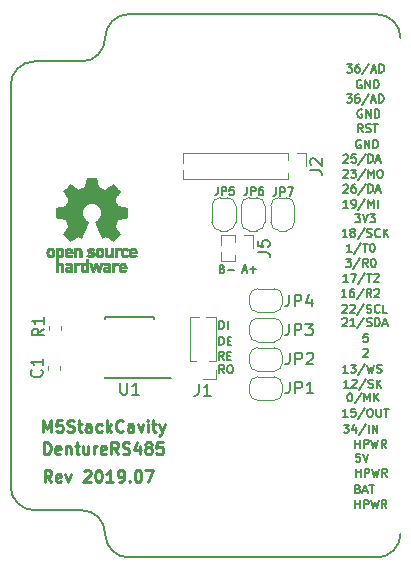
<source format=gto>
G04 #@! TF.GenerationSoftware,KiCad,Pcbnew,5.1.2-f72e74a~84~ubuntu18.04.1*
G04 #@! TF.CreationDate,2019-07-18T22:32:31+09:00*
G04 #@! TF.ProjectId,dentureRS485,64656e74-7572-4655-9253-3438352e6b69,rev?*
G04 #@! TF.SameCoordinates,Original*
G04 #@! TF.FileFunction,Legend,Top*
G04 #@! TF.FilePolarity,Positive*
%FSLAX46Y46*%
G04 Gerber Fmt 4.6, Leading zero omitted, Abs format (unit mm)*
G04 Created by KiCad (PCBNEW 5.1.2-f72e74a~84~ubuntu18.04.1) date 2019-07-18 22:32:31*
%MOMM*%
%LPD*%
G04 APERTURE LIST*
%ADD10C,0.175000*%
%ADD11C,0.150000*%
%ADD12C,0.250000*%
%ADD13C,0.120000*%
%ADD14C,0.010000*%
G04 APERTURE END LIST*
D10*
X130085966Y-77796433D02*
X130119300Y-77763100D01*
X130185966Y-77729766D01*
X130352633Y-77729766D01*
X130419300Y-77763100D01*
X130452633Y-77796433D01*
X130485966Y-77863100D01*
X130485966Y-77929766D01*
X130452633Y-78029766D01*
X130052633Y-78429766D01*
X130485966Y-78429766D01*
X131152633Y-78429766D02*
X130752633Y-78429766D01*
X130952633Y-78429766D02*
X130952633Y-77729766D01*
X130885966Y-77829766D01*
X130819300Y-77896433D01*
X130752633Y-77929766D01*
X131952633Y-77696433D02*
X131352633Y-78596433D01*
X132152633Y-78396433D02*
X132252633Y-78429766D01*
X132419300Y-78429766D01*
X132485966Y-78396433D01*
X132519300Y-78363100D01*
X132552633Y-78296433D01*
X132552633Y-78229766D01*
X132519300Y-78163100D01*
X132485966Y-78129766D01*
X132419300Y-78096433D01*
X132285966Y-78063100D01*
X132219300Y-78029766D01*
X132185966Y-77996433D01*
X132152633Y-77929766D01*
X132152633Y-77863100D01*
X132185966Y-77796433D01*
X132219300Y-77763100D01*
X132285966Y-77729766D01*
X132452633Y-77729766D01*
X132552633Y-77763100D01*
X132852633Y-78429766D02*
X132852633Y-77729766D01*
X133019300Y-77729766D01*
X133119300Y-77763100D01*
X133185966Y-77829766D01*
X133219300Y-77896433D01*
X133252633Y-78029766D01*
X133252633Y-78129766D01*
X133219300Y-78263100D01*
X133185966Y-78329766D01*
X133119300Y-78396433D01*
X133019300Y-78429766D01*
X132852633Y-78429766D01*
X133519300Y-78229766D02*
X133852633Y-78229766D01*
X133452633Y-78429766D02*
X133685966Y-77729766D01*
X133919300Y-78429766D01*
D11*
X119658800Y-79999866D02*
X119658800Y-79299866D01*
X119825466Y-79299866D01*
X119925466Y-79333200D01*
X119992133Y-79399866D01*
X120025466Y-79466533D01*
X120058800Y-79599866D01*
X120058800Y-79699866D01*
X120025466Y-79833200D01*
X119992133Y-79899866D01*
X119925466Y-79966533D01*
X119825466Y-79999866D01*
X119658800Y-79999866D01*
X120358800Y-79633200D02*
X120592133Y-79633200D01*
X120692133Y-79999866D02*
X120358800Y-79999866D01*
X120358800Y-79299866D01*
X120692133Y-79299866D01*
X120078800Y-82409866D02*
X119845466Y-82076533D01*
X119678800Y-82409866D02*
X119678800Y-81709866D01*
X119945466Y-81709866D01*
X120012133Y-81743200D01*
X120045466Y-81776533D01*
X120078800Y-81843200D01*
X120078800Y-81943200D01*
X120045466Y-82009866D01*
X120012133Y-82043200D01*
X119945466Y-82076533D01*
X119678800Y-82076533D01*
X120512133Y-81709866D02*
X120645466Y-81709866D01*
X120712133Y-81743200D01*
X120778800Y-81809866D01*
X120812133Y-81943200D01*
X120812133Y-82176533D01*
X120778800Y-82309866D01*
X120712133Y-82376533D01*
X120645466Y-82409866D01*
X120512133Y-82409866D01*
X120445466Y-82376533D01*
X120378800Y-82309866D01*
X120345466Y-82176533D01*
X120345466Y-81943200D01*
X120378800Y-81809866D01*
X120445466Y-81743200D01*
X120512133Y-81709866D01*
X120028800Y-81269866D02*
X119795466Y-80936533D01*
X119628800Y-81269866D02*
X119628800Y-80569866D01*
X119895466Y-80569866D01*
X119962133Y-80603200D01*
X119995466Y-80636533D01*
X120028800Y-80703200D01*
X120028800Y-80803200D01*
X119995466Y-80869866D01*
X119962133Y-80903200D01*
X119895466Y-80936533D01*
X119628800Y-80936533D01*
X120328800Y-80903200D02*
X120562133Y-80903200D01*
X120662133Y-81269866D02*
X120328800Y-81269866D01*
X120328800Y-80569866D01*
X120662133Y-80569866D01*
X119658800Y-78659866D02*
X119658800Y-77959866D01*
X119825466Y-77959866D01*
X119925466Y-77993200D01*
X119992133Y-78059866D01*
X120025466Y-78126533D01*
X120058800Y-78259866D01*
X120058800Y-78359866D01*
X120025466Y-78493200D01*
X119992133Y-78559866D01*
X119925466Y-78626533D01*
X119825466Y-78659866D01*
X119658800Y-78659866D01*
X120358800Y-78659866D02*
X120358800Y-77959866D01*
X119915466Y-73563200D02*
X120015466Y-73596533D01*
X120048800Y-73629866D01*
X120082133Y-73696533D01*
X120082133Y-73796533D01*
X120048800Y-73863200D01*
X120015466Y-73896533D01*
X119948800Y-73929866D01*
X119682133Y-73929866D01*
X119682133Y-73229866D01*
X119915466Y-73229866D01*
X119982133Y-73263200D01*
X120015466Y-73296533D01*
X120048800Y-73363200D01*
X120048800Y-73429866D01*
X120015466Y-73496533D01*
X119982133Y-73529866D01*
X119915466Y-73563200D01*
X119682133Y-73563200D01*
X120382133Y-73663200D02*
X120915466Y-73663200D01*
X121638800Y-73679866D02*
X121972133Y-73679866D01*
X121572133Y-73879866D02*
X121805466Y-73179866D01*
X122038800Y-73879866D01*
X122272133Y-73613200D02*
X122805466Y-73613200D01*
X122538800Y-73879866D02*
X122538800Y-73346533D01*
D12*
X104814990Y-89245580D02*
X104814990Y-88245580D01*
X105053085Y-88245580D01*
X105195942Y-88293200D01*
X105291180Y-88388438D01*
X105338800Y-88483676D01*
X105386419Y-88674152D01*
X105386419Y-88817009D01*
X105338800Y-89007485D01*
X105291180Y-89102723D01*
X105195942Y-89197961D01*
X105053085Y-89245580D01*
X104814990Y-89245580D01*
X106195942Y-89197961D02*
X106100704Y-89245580D01*
X105910228Y-89245580D01*
X105814990Y-89197961D01*
X105767371Y-89102723D01*
X105767371Y-88721771D01*
X105814990Y-88626533D01*
X105910228Y-88578914D01*
X106100704Y-88578914D01*
X106195942Y-88626533D01*
X106243561Y-88721771D01*
X106243561Y-88817009D01*
X105767371Y-88912247D01*
X106672133Y-88578914D02*
X106672133Y-89245580D01*
X106672133Y-88674152D02*
X106719752Y-88626533D01*
X106814990Y-88578914D01*
X106957847Y-88578914D01*
X107053085Y-88626533D01*
X107100704Y-88721771D01*
X107100704Y-89245580D01*
X107434038Y-88578914D02*
X107814990Y-88578914D01*
X107576895Y-88245580D02*
X107576895Y-89102723D01*
X107624514Y-89197961D01*
X107719752Y-89245580D01*
X107814990Y-89245580D01*
X108576895Y-88578914D02*
X108576895Y-89245580D01*
X108148323Y-88578914D02*
X108148323Y-89102723D01*
X108195942Y-89197961D01*
X108291180Y-89245580D01*
X108434038Y-89245580D01*
X108529276Y-89197961D01*
X108576895Y-89150342D01*
X109053085Y-89245580D02*
X109053085Y-88578914D01*
X109053085Y-88769390D02*
X109100704Y-88674152D01*
X109148323Y-88626533D01*
X109243561Y-88578914D01*
X109338800Y-88578914D01*
X110053085Y-89197961D02*
X109957847Y-89245580D01*
X109767371Y-89245580D01*
X109672133Y-89197961D01*
X109624514Y-89102723D01*
X109624514Y-88721771D01*
X109672133Y-88626533D01*
X109767371Y-88578914D01*
X109957847Y-88578914D01*
X110053085Y-88626533D01*
X110100704Y-88721771D01*
X110100704Y-88817009D01*
X109624514Y-88912247D01*
X111100704Y-89245580D02*
X110767371Y-88769390D01*
X110529276Y-89245580D02*
X110529276Y-88245580D01*
X110910228Y-88245580D01*
X111005466Y-88293200D01*
X111053085Y-88340819D01*
X111100704Y-88436057D01*
X111100704Y-88578914D01*
X111053085Y-88674152D01*
X111005466Y-88721771D01*
X110910228Y-88769390D01*
X110529276Y-88769390D01*
X111481657Y-89197961D02*
X111624514Y-89245580D01*
X111862609Y-89245580D01*
X111957847Y-89197961D01*
X112005466Y-89150342D01*
X112053085Y-89055104D01*
X112053085Y-88959866D01*
X112005466Y-88864628D01*
X111957847Y-88817009D01*
X111862609Y-88769390D01*
X111672133Y-88721771D01*
X111576895Y-88674152D01*
X111529276Y-88626533D01*
X111481657Y-88531295D01*
X111481657Y-88436057D01*
X111529276Y-88340819D01*
X111576895Y-88293200D01*
X111672133Y-88245580D01*
X111910228Y-88245580D01*
X112053085Y-88293200D01*
X112910228Y-88578914D02*
X112910228Y-89245580D01*
X112672133Y-88197961D02*
X112434038Y-88912247D01*
X113053085Y-88912247D01*
X113576895Y-88674152D02*
X113481657Y-88626533D01*
X113434038Y-88578914D01*
X113386419Y-88483676D01*
X113386419Y-88436057D01*
X113434038Y-88340819D01*
X113481657Y-88293200D01*
X113576895Y-88245580D01*
X113767371Y-88245580D01*
X113862609Y-88293200D01*
X113910228Y-88340819D01*
X113957847Y-88436057D01*
X113957847Y-88483676D01*
X113910228Y-88578914D01*
X113862609Y-88626533D01*
X113767371Y-88674152D01*
X113576895Y-88674152D01*
X113481657Y-88721771D01*
X113434038Y-88769390D01*
X113386419Y-88864628D01*
X113386419Y-89055104D01*
X113434038Y-89150342D01*
X113481657Y-89197961D01*
X113576895Y-89245580D01*
X113767371Y-89245580D01*
X113862609Y-89197961D01*
X113910228Y-89150342D01*
X113957847Y-89055104D01*
X113957847Y-88864628D01*
X113910228Y-88769390D01*
X113862609Y-88721771D01*
X113767371Y-88674152D01*
X114862609Y-88245580D02*
X114386419Y-88245580D01*
X114338800Y-88721771D01*
X114386419Y-88674152D01*
X114481657Y-88626533D01*
X114719752Y-88626533D01*
X114814990Y-88674152D01*
X114862609Y-88721771D01*
X114910228Y-88817009D01*
X114910228Y-89055104D01*
X114862609Y-89150342D01*
X114814990Y-89197961D01*
X114719752Y-89245580D01*
X114481657Y-89245580D01*
X114386419Y-89197961D01*
X114338800Y-89150342D01*
D10*
X131177300Y-93834866D02*
X131177300Y-93134866D01*
X131177300Y-93468200D02*
X131577300Y-93468200D01*
X131577300Y-93834866D02*
X131577300Y-93134866D01*
X131910633Y-93834866D02*
X131910633Y-93134866D01*
X132177300Y-93134866D01*
X132243966Y-93168200D01*
X132277300Y-93201533D01*
X132310633Y-93268200D01*
X132310633Y-93368200D01*
X132277300Y-93434866D01*
X132243966Y-93468200D01*
X132177300Y-93501533D01*
X131910633Y-93501533D01*
X132543966Y-93134866D02*
X132710633Y-93834866D01*
X132843966Y-93334866D01*
X132977300Y-93834866D01*
X133143966Y-93134866D01*
X133810633Y-93834866D02*
X133577300Y-93501533D01*
X133410633Y-93834866D02*
X133410633Y-93134866D01*
X133677300Y-93134866D01*
X133743966Y-93168200D01*
X133777300Y-93201533D01*
X133810633Y-93268200D01*
X133810633Y-93368200D01*
X133777300Y-93434866D01*
X133743966Y-93468200D01*
X133677300Y-93501533D01*
X133410633Y-93501533D01*
X131228100Y-91167866D02*
X131228100Y-90467866D01*
X131228100Y-90801200D02*
X131628100Y-90801200D01*
X131628100Y-91167866D02*
X131628100Y-90467866D01*
X131961433Y-91167866D02*
X131961433Y-90467866D01*
X132228100Y-90467866D01*
X132294766Y-90501200D01*
X132328100Y-90534533D01*
X132361433Y-90601200D01*
X132361433Y-90701200D01*
X132328100Y-90767866D01*
X132294766Y-90801200D01*
X132228100Y-90834533D01*
X131961433Y-90834533D01*
X132594766Y-90467866D02*
X132761433Y-91167866D01*
X132894766Y-90667866D01*
X133028100Y-91167866D01*
X133194766Y-90467866D01*
X133861433Y-91167866D02*
X133628100Y-90834533D01*
X133461433Y-91167866D02*
X133461433Y-90467866D01*
X133728100Y-90467866D01*
X133794766Y-90501200D01*
X133828100Y-90534533D01*
X133861433Y-90601200D01*
X133861433Y-90701200D01*
X133828100Y-90767866D01*
X133794766Y-90801200D01*
X133728100Y-90834533D01*
X133461433Y-90834533D01*
X131164600Y-88716766D02*
X131164600Y-88016766D01*
X131164600Y-88350100D02*
X131564600Y-88350100D01*
X131564600Y-88716766D02*
X131564600Y-88016766D01*
X131897933Y-88716766D02*
X131897933Y-88016766D01*
X132164600Y-88016766D01*
X132231266Y-88050100D01*
X132264600Y-88083433D01*
X132297933Y-88150100D01*
X132297933Y-88250100D01*
X132264600Y-88316766D01*
X132231266Y-88350100D01*
X132164600Y-88383433D01*
X131897933Y-88383433D01*
X132531266Y-88016766D02*
X132697933Y-88716766D01*
X132831266Y-88216766D01*
X132964600Y-88716766D01*
X133131266Y-88016766D01*
X133797933Y-88716766D02*
X133564600Y-88383433D01*
X133397933Y-88716766D02*
X133397933Y-88016766D01*
X133664600Y-88016766D01*
X133731266Y-88050100D01*
X133764600Y-88083433D01*
X133797933Y-88150100D01*
X133797933Y-88250100D01*
X133764600Y-88316766D01*
X133731266Y-88350100D01*
X133664600Y-88383433D01*
X133397933Y-88383433D01*
X131867500Y-80375333D02*
X131900833Y-80342000D01*
X131967500Y-80308666D01*
X132134166Y-80308666D01*
X132200833Y-80342000D01*
X132234166Y-80375333D01*
X132267500Y-80442000D01*
X132267500Y-80508666D01*
X132234166Y-80608666D01*
X131834166Y-81008666D01*
X132267500Y-81008666D01*
X132234166Y-79064066D02*
X131900833Y-79064066D01*
X131867500Y-79397400D01*
X131900833Y-79364066D01*
X131967500Y-79330733D01*
X132134166Y-79330733D01*
X132200833Y-79364066D01*
X132234166Y-79397400D01*
X132267500Y-79464066D01*
X132267500Y-79630733D01*
X132234166Y-79697400D01*
X132200833Y-79730733D01*
X132134166Y-79764066D01*
X131967500Y-79764066D01*
X131900833Y-79730733D01*
X131867500Y-79697400D01*
X131401833Y-92185500D02*
X131501833Y-92218833D01*
X131535166Y-92252166D01*
X131568500Y-92318833D01*
X131568500Y-92418833D01*
X131535166Y-92485500D01*
X131501833Y-92518833D01*
X131435166Y-92552166D01*
X131168500Y-92552166D01*
X131168500Y-91852166D01*
X131401833Y-91852166D01*
X131468500Y-91885500D01*
X131501833Y-91918833D01*
X131535166Y-91985500D01*
X131535166Y-92052166D01*
X131501833Y-92118833D01*
X131468500Y-92152166D01*
X131401833Y-92185500D01*
X131168500Y-92185500D01*
X131835166Y-92352166D02*
X132168500Y-92352166D01*
X131768500Y-92552166D02*
X132001833Y-91852166D01*
X132235166Y-92552166D01*
X132368500Y-91852166D02*
X132768500Y-91852166D01*
X132568500Y-92552166D02*
X132568500Y-91852166D01*
X131581966Y-89197866D02*
X131248633Y-89197866D01*
X131215300Y-89531200D01*
X131248633Y-89497866D01*
X131315300Y-89464533D01*
X131481966Y-89464533D01*
X131548633Y-89497866D01*
X131581966Y-89531200D01*
X131615300Y-89597866D01*
X131615300Y-89764533D01*
X131581966Y-89831200D01*
X131548633Y-89864533D01*
X131481966Y-89897866D01*
X131315300Y-89897866D01*
X131248633Y-89864533D01*
X131215300Y-89831200D01*
X131815300Y-89197866D02*
X132048633Y-89897866D01*
X132281966Y-89197866D01*
X131815466Y-61999866D02*
X131582133Y-61666533D01*
X131415466Y-61999866D02*
X131415466Y-61299866D01*
X131682133Y-61299866D01*
X131748800Y-61333200D01*
X131782133Y-61366533D01*
X131815466Y-61433200D01*
X131815466Y-61533200D01*
X131782133Y-61599866D01*
X131748800Y-61633200D01*
X131682133Y-61666533D01*
X131415466Y-61666533D01*
X132082133Y-61966533D02*
X132182133Y-61999866D01*
X132348800Y-61999866D01*
X132415466Y-61966533D01*
X132448800Y-61933200D01*
X132482133Y-61866533D01*
X132482133Y-61799866D01*
X132448800Y-61733200D01*
X132415466Y-61699866D01*
X132348800Y-61666533D01*
X132215466Y-61633200D01*
X132148800Y-61599866D01*
X132115466Y-61566533D01*
X132082133Y-61499866D01*
X132082133Y-61433200D01*
X132115466Y-61366533D01*
X132148800Y-61333200D01*
X132215466Y-61299866D01*
X132382133Y-61299866D01*
X132482133Y-61333200D01*
X132682133Y-61299866D02*
X133082133Y-61299866D01*
X132882133Y-61999866D02*
X132882133Y-61299866D01*
X131626466Y-62688200D02*
X131559800Y-62654866D01*
X131459800Y-62654866D01*
X131359800Y-62688200D01*
X131293133Y-62754866D01*
X131259800Y-62821533D01*
X131226466Y-62954866D01*
X131226466Y-63054866D01*
X131259800Y-63188200D01*
X131293133Y-63254866D01*
X131359800Y-63321533D01*
X131459800Y-63354866D01*
X131526466Y-63354866D01*
X131626466Y-63321533D01*
X131659800Y-63288200D01*
X131659800Y-63054866D01*
X131526466Y-63054866D01*
X131959800Y-63354866D02*
X131959800Y-62654866D01*
X132359800Y-63354866D01*
X132359800Y-62654866D01*
X132693133Y-63354866D02*
X132693133Y-62654866D01*
X132859800Y-62654866D01*
X132959800Y-62688200D01*
X133026466Y-62754866D01*
X133059800Y-62821533D01*
X133093133Y-62954866D01*
X133093133Y-63054866D01*
X133059800Y-63188200D01*
X133026466Y-63254866D01*
X132959800Y-63321533D01*
X132859800Y-63354866D01*
X132693133Y-63354866D01*
X131745466Y-60103200D02*
X131678800Y-60069866D01*
X131578800Y-60069866D01*
X131478800Y-60103200D01*
X131412133Y-60169866D01*
X131378800Y-60236533D01*
X131345466Y-60369866D01*
X131345466Y-60469866D01*
X131378800Y-60603200D01*
X131412133Y-60669866D01*
X131478800Y-60736533D01*
X131578800Y-60769866D01*
X131645466Y-60769866D01*
X131745466Y-60736533D01*
X131778800Y-60703200D01*
X131778800Y-60469866D01*
X131645466Y-60469866D01*
X132078800Y-60769866D02*
X132078800Y-60069866D01*
X132478800Y-60769866D01*
X132478800Y-60069866D01*
X132812133Y-60769866D02*
X132812133Y-60069866D01*
X132978800Y-60069866D01*
X133078800Y-60103200D01*
X133145466Y-60169866D01*
X133178800Y-60236533D01*
X133212133Y-60369866D01*
X133212133Y-60469866D01*
X133178800Y-60603200D01*
X133145466Y-60669866D01*
X133078800Y-60736533D01*
X132978800Y-60769866D01*
X132812133Y-60769866D01*
X131681866Y-57612000D02*
X131615200Y-57578666D01*
X131515200Y-57578666D01*
X131415200Y-57612000D01*
X131348533Y-57678666D01*
X131315200Y-57745333D01*
X131281866Y-57878666D01*
X131281866Y-57978666D01*
X131315200Y-58112000D01*
X131348533Y-58178666D01*
X131415200Y-58245333D01*
X131515200Y-58278666D01*
X131581866Y-58278666D01*
X131681866Y-58245333D01*
X131715200Y-58212000D01*
X131715200Y-57978666D01*
X131581866Y-57978666D01*
X132015200Y-58278666D02*
X132015200Y-57578666D01*
X132415200Y-58278666D01*
X132415200Y-57578666D01*
X132748533Y-58278666D02*
X132748533Y-57578666D01*
X132915200Y-57578666D01*
X133015200Y-57612000D01*
X133081866Y-57678666D01*
X133115200Y-57745333D01*
X133148533Y-57878666D01*
X133148533Y-57978666D01*
X133115200Y-58112000D01*
X133081866Y-58178666D01*
X133015200Y-58245333D01*
X132915200Y-58278666D01*
X132748533Y-58278666D01*
D11*
X112000000Y-98000000D02*
G75*
G02X110000000Y-96000000I0J2000000D01*
G01*
X104000000Y-94000000D02*
G75*
G02X102000000Y-92000000I0J2000000D01*
G01*
X102000000Y-58000000D02*
G75*
G02X104000000Y-56000000I2000000J0D01*
G01*
X110000000Y-54000000D02*
G75*
G02X112000000Y-52000000I2000000J0D01*
G01*
X110000000Y-54000000D02*
G75*
G02X108000000Y-56000000I-2000000J0D01*
G01*
X108000000Y-94000000D02*
G75*
G02X110000000Y-96000000I0J-2000000D01*
G01*
X135000000Y-96000000D02*
G75*
G02X133000000Y-98000000I-2000000J0D01*
G01*
X133000000Y-52000000D02*
G75*
G02X135000000Y-54000000I0J-2000000D01*
G01*
D10*
X131166133Y-68928666D02*
X131599466Y-68928666D01*
X131366133Y-69195333D01*
X131466133Y-69195333D01*
X131532800Y-69228666D01*
X131566133Y-69262000D01*
X131599466Y-69328666D01*
X131599466Y-69495333D01*
X131566133Y-69562000D01*
X131532800Y-69595333D01*
X131466133Y-69628666D01*
X131266133Y-69628666D01*
X131199466Y-69595333D01*
X131166133Y-69562000D01*
X131799466Y-68928666D02*
X132032800Y-69628666D01*
X132266133Y-68928666D01*
X132432800Y-68928666D02*
X132866133Y-68928666D01*
X132632800Y-69195333D01*
X132732800Y-69195333D01*
X132799466Y-69228666D01*
X132832800Y-69262000D01*
X132866133Y-69328666D01*
X132866133Y-69495333D01*
X132832800Y-69562000D01*
X132799466Y-69595333D01*
X132732800Y-69628666D01*
X132532800Y-69628666D01*
X132466133Y-69595333D01*
X132432800Y-69562000D01*
X130499466Y-70860566D02*
X130099466Y-70860566D01*
X130299466Y-70860566D02*
X130299466Y-70160566D01*
X130232800Y-70260566D01*
X130166133Y-70327233D01*
X130099466Y-70360566D01*
X130899466Y-70460566D02*
X130832800Y-70427233D01*
X130799466Y-70393900D01*
X130766133Y-70327233D01*
X130766133Y-70293900D01*
X130799466Y-70227233D01*
X130832800Y-70193900D01*
X130899466Y-70160566D01*
X131032800Y-70160566D01*
X131099466Y-70193900D01*
X131132800Y-70227233D01*
X131166133Y-70293900D01*
X131166133Y-70327233D01*
X131132800Y-70393900D01*
X131099466Y-70427233D01*
X131032800Y-70460566D01*
X130899466Y-70460566D01*
X130832800Y-70493900D01*
X130799466Y-70527233D01*
X130766133Y-70593900D01*
X130766133Y-70727233D01*
X130799466Y-70793900D01*
X130832800Y-70827233D01*
X130899466Y-70860566D01*
X131032800Y-70860566D01*
X131099466Y-70827233D01*
X131132800Y-70793900D01*
X131166133Y-70727233D01*
X131166133Y-70593900D01*
X131132800Y-70527233D01*
X131099466Y-70493900D01*
X131032800Y-70460566D01*
X131966133Y-70127233D02*
X131366133Y-71027233D01*
X132166133Y-70827233D02*
X132266133Y-70860566D01*
X132432800Y-70860566D01*
X132499466Y-70827233D01*
X132532800Y-70793900D01*
X132566133Y-70727233D01*
X132566133Y-70660566D01*
X132532800Y-70593900D01*
X132499466Y-70560566D01*
X132432800Y-70527233D01*
X132299466Y-70493900D01*
X132232800Y-70460566D01*
X132199466Y-70427233D01*
X132166133Y-70360566D01*
X132166133Y-70293900D01*
X132199466Y-70227233D01*
X132232800Y-70193900D01*
X132299466Y-70160566D01*
X132466133Y-70160566D01*
X132566133Y-70193900D01*
X133266133Y-70793900D02*
X133232800Y-70827233D01*
X133132800Y-70860566D01*
X133066133Y-70860566D01*
X132966133Y-70827233D01*
X132899466Y-70760566D01*
X132866133Y-70693900D01*
X132832800Y-70560566D01*
X132832800Y-70460566D01*
X132866133Y-70327233D01*
X132899466Y-70260566D01*
X132966133Y-70193900D01*
X133066133Y-70160566D01*
X133132800Y-70160566D01*
X133232800Y-70193900D01*
X133266133Y-70227233D01*
X133566133Y-70860566D02*
X133566133Y-70160566D01*
X133966133Y-70860566D02*
X133666133Y-70460566D01*
X133966133Y-70160566D02*
X133566133Y-70560566D01*
X130572433Y-68396766D02*
X130172433Y-68396766D01*
X130372433Y-68396766D02*
X130372433Y-67696766D01*
X130305766Y-67796766D01*
X130239100Y-67863433D01*
X130172433Y-67896766D01*
X130905766Y-68396766D02*
X131039100Y-68396766D01*
X131105766Y-68363433D01*
X131139100Y-68330100D01*
X131205766Y-68230100D01*
X131239100Y-68096766D01*
X131239100Y-67830100D01*
X131205766Y-67763433D01*
X131172433Y-67730100D01*
X131105766Y-67696766D01*
X130972433Y-67696766D01*
X130905766Y-67730100D01*
X130872433Y-67763433D01*
X130839100Y-67830100D01*
X130839100Y-67996766D01*
X130872433Y-68063433D01*
X130905766Y-68096766D01*
X130972433Y-68130100D01*
X131105766Y-68130100D01*
X131172433Y-68096766D01*
X131205766Y-68063433D01*
X131239100Y-67996766D01*
X132039100Y-67663433D02*
X131439100Y-68563433D01*
X132272433Y-68396766D02*
X132272433Y-67696766D01*
X132505766Y-68196766D01*
X132739100Y-67696766D01*
X132739100Y-68396766D01*
X133072433Y-68396766D02*
X133072433Y-67696766D01*
X130175633Y-65223433D02*
X130208966Y-65190100D01*
X130275633Y-65156766D01*
X130442300Y-65156766D01*
X130508966Y-65190100D01*
X130542300Y-65223433D01*
X130575633Y-65290100D01*
X130575633Y-65356766D01*
X130542300Y-65456766D01*
X130142300Y-65856766D01*
X130575633Y-65856766D01*
X130808966Y-65156766D02*
X131242300Y-65156766D01*
X131008966Y-65423433D01*
X131108966Y-65423433D01*
X131175633Y-65456766D01*
X131208966Y-65490100D01*
X131242300Y-65556766D01*
X131242300Y-65723433D01*
X131208966Y-65790100D01*
X131175633Y-65823433D01*
X131108966Y-65856766D01*
X130908966Y-65856766D01*
X130842300Y-65823433D01*
X130808966Y-65790100D01*
X132042300Y-65123433D02*
X131442300Y-66023433D01*
X132275633Y-65856766D02*
X132275633Y-65156766D01*
X132508966Y-65656766D01*
X132742300Y-65156766D01*
X132742300Y-65856766D01*
X133208966Y-65156766D02*
X133342300Y-65156766D01*
X133408966Y-65190100D01*
X133475633Y-65256766D01*
X133508966Y-65390100D01*
X133508966Y-65623433D01*
X133475633Y-65756766D01*
X133408966Y-65823433D01*
X133342300Y-65856766D01*
X133208966Y-65856766D01*
X133142300Y-65823433D01*
X133075633Y-65756766D01*
X133042300Y-65623433D01*
X133042300Y-65390100D01*
X133075633Y-65256766D01*
X133142300Y-65190100D01*
X133208966Y-65156766D01*
X130532800Y-86087866D02*
X130132800Y-86087866D01*
X130332800Y-86087866D02*
X130332800Y-85387866D01*
X130266133Y-85487866D01*
X130199466Y-85554533D01*
X130132800Y-85587866D01*
X131166133Y-85387866D02*
X130832800Y-85387866D01*
X130799466Y-85721200D01*
X130832800Y-85687866D01*
X130899466Y-85654533D01*
X131066133Y-85654533D01*
X131132800Y-85687866D01*
X131166133Y-85721200D01*
X131199466Y-85787866D01*
X131199466Y-85954533D01*
X131166133Y-86021200D01*
X131132800Y-86054533D01*
X131066133Y-86087866D01*
X130899466Y-86087866D01*
X130832800Y-86054533D01*
X130799466Y-86021200D01*
X131999466Y-85354533D02*
X131399466Y-86254533D01*
X132366133Y-85387866D02*
X132499466Y-85387866D01*
X132566133Y-85421200D01*
X132632800Y-85487866D01*
X132666133Y-85621200D01*
X132666133Y-85854533D01*
X132632800Y-85987866D01*
X132566133Y-86054533D01*
X132499466Y-86087866D01*
X132366133Y-86087866D01*
X132299466Y-86054533D01*
X132232800Y-85987866D01*
X132199466Y-85854533D01*
X132199466Y-85621200D01*
X132232800Y-85487866D01*
X132299466Y-85421200D01*
X132366133Y-85387866D01*
X132966133Y-85387866D02*
X132966133Y-85954533D01*
X132999466Y-86021200D01*
X133032800Y-86054533D01*
X133099466Y-86087866D01*
X133232800Y-86087866D01*
X133299466Y-86054533D01*
X133332800Y-86021200D01*
X133366133Y-85954533D01*
X133366133Y-85387866D01*
X133599466Y-85387866D02*
X133999466Y-85387866D01*
X133799466Y-86087866D02*
X133799466Y-85387866D01*
X130620866Y-83636766D02*
X130220866Y-83636766D01*
X130420866Y-83636766D02*
X130420866Y-82936766D01*
X130354200Y-83036766D01*
X130287533Y-83103433D01*
X130220866Y-83136766D01*
X130887533Y-83003433D02*
X130920866Y-82970100D01*
X130987533Y-82936766D01*
X131154200Y-82936766D01*
X131220866Y-82970100D01*
X131254200Y-83003433D01*
X131287533Y-83070100D01*
X131287533Y-83136766D01*
X131254200Y-83236766D01*
X130854200Y-83636766D01*
X131287533Y-83636766D01*
X132087533Y-82903433D02*
X131487533Y-83803433D01*
X132287533Y-83603433D02*
X132387533Y-83636766D01*
X132554200Y-83636766D01*
X132620866Y-83603433D01*
X132654200Y-83570100D01*
X132687533Y-83503433D01*
X132687533Y-83436766D01*
X132654200Y-83370100D01*
X132620866Y-83336766D01*
X132554200Y-83303433D01*
X132420866Y-83270100D01*
X132354200Y-83236766D01*
X132320866Y-83203433D01*
X132287533Y-83136766D01*
X132287533Y-83070100D01*
X132320866Y-83003433D01*
X132354200Y-82970100D01*
X132420866Y-82936766D01*
X132587533Y-82936766D01*
X132687533Y-82970100D01*
X132987533Y-83636766D02*
X132987533Y-82936766D01*
X133387533Y-83636766D02*
X133087533Y-83236766D01*
X133387533Y-82936766D02*
X132987533Y-83336766D01*
X130381166Y-72700566D02*
X130814500Y-72700566D01*
X130581166Y-72967233D01*
X130681166Y-72967233D01*
X130747833Y-73000566D01*
X130781166Y-73033900D01*
X130814500Y-73100566D01*
X130814500Y-73267233D01*
X130781166Y-73333900D01*
X130747833Y-73367233D01*
X130681166Y-73400566D01*
X130481166Y-73400566D01*
X130414500Y-73367233D01*
X130381166Y-73333900D01*
X131614500Y-72667233D02*
X131014500Y-73567233D01*
X132247833Y-73400566D02*
X132014500Y-73067233D01*
X131847833Y-73400566D02*
X131847833Y-72700566D01*
X132114500Y-72700566D01*
X132181166Y-72733900D01*
X132214500Y-72767233D01*
X132247833Y-72833900D01*
X132247833Y-72933900D01*
X132214500Y-73000566D01*
X132181166Y-73033900D01*
X132114500Y-73067233D01*
X131847833Y-73067233D01*
X132681166Y-72700566D02*
X132747833Y-72700566D01*
X132814500Y-72733900D01*
X132847833Y-72767233D01*
X132881166Y-72833900D01*
X132914500Y-72967233D01*
X132914500Y-73133900D01*
X132881166Y-73267233D01*
X132847833Y-73333900D01*
X132814500Y-73367233D01*
X132747833Y-73400566D01*
X132681166Y-73400566D01*
X132614500Y-73367233D01*
X132581166Y-73333900D01*
X132547833Y-73267233D01*
X132514500Y-73133900D01*
X132514500Y-72967233D01*
X132547833Y-72833900D01*
X132581166Y-72767233D01*
X132614500Y-72733900D01*
X132681166Y-72700566D01*
X130430366Y-75965966D02*
X130030366Y-75965966D01*
X130230366Y-75965966D02*
X130230366Y-75265966D01*
X130163700Y-75365966D01*
X130097033Y-75432633D01*
X130030366Y-75465966D01*
X131030366Y-75265966D02*
X130897033Y-75265966D01*
X130830366Y-75299300D01*
X130797033Y-75332633D01*
X130730366Y-75432633D01*
X130697033Y-75565966D01*
X130697033Y-75832633D01*
X130730366Y-75899300D01*
X130763700Y-75932633D01*
X130830366Y-75965966D01*
X130963700Y-75965966D01*
X131030366Y-75932633D01*
X131063700Y-75899300D01*
X131097033Y-75832633D01*
X131097033Y-75665966D01*
X131063700Y-75599300D01*
X131030366Y-75565966D01*
X130963700Y-75532633D01*
X130830366Y-75532633D01*
X130763700Y-75565966D01*
X130730366Y-75599300D01*
X130697033Y-75665966D01*
X131897033Y-75232633D02*
X131297033Y-76132633D01*
X132530366Y-75965966D02*
X132297033Y-75632633D01*
X132130366Y-75965966D02*
X132130366Y-75265966D01*
X132397033Y-75265966D01*
X132463700Y-75299300D01*
X132497033Y-75332633D01*
X132530366Y-75399300D01*
X132530366Y-75499300D01*
X132497033Y-75565966D01*
X132463700Y-75599300D01*
X132397033Y-75632633D01*
X132130366Y-75632633D01*
X132797033Y-75332633D02*
X132830366Y-75299300D01*
X132897033Y-75265966D01*
X133063700Y-75265966D01*
X133130366Y-75299300D01*
X133163700Y-75332633D01*
X133197033Y-75399300D01*
X133197033Y-75465966D01*
X133163700Y-75565966D01*
X132763700Y-75965966D01*
X133197033Y-75965966D01*
D11*
X112000000Y-98000000D02*
X133000000Y-98000000D01*
X104000000Y-94000000D02*
X108000000Y-94000000D01*
X102000000Y-58000000D02*
X102000000Y-92000000D01*
X108000000Y-56000000D02*
X104000000Y-56000000D01*
X133000000Y-52000000D02*
X112000000Y-52000000D01*
D12*
X104753561Y-87365580D02*
X104753561Y-86365580D01*
X105086895Y-87079866D01*
X105420228Y-86365580D01*
X105420228Y-87365580D01*
X106372609Y-86365580D02*
X105896419Y-86365580D01*
X105848800Y-86841771D01*
X105896419Y-86794152D01*
X105991657Y-86746533D01*
X106229752Y-86746533D01*
X106324990Y-86794152D01*
X106372609Y-86841771D01*
X106420228Y-86937009D01*
X106420228Y-87175104D01*
X106372609Y-87270342D01*
X106324990Y-87317961D01*
X106229752Y-87365580D01*
X105991657Y-87365580D01*
X105896419Y-87317961D01*
X105848800Y-87270342D01*
X106801180Y-87317961D02*
X106944038Y-87365580D01*
X107182133Y-87365580D01*
X107277371Y-87317961D01*
X107324990Y-87270342D01*
X107372609Y-87175104D01*
X107372609Y-87079866D01*
X107324990Y-86984628D01*
X107277371Y-86937009D01*
X107182133Y-86889390D01*
X106991657Y-86841771D01*
X106896419Y-86794152D01*
X106848800Y-86746533D01*
X106801180Y-86651295D01*
X106801180Y-86556057D01*
X106848800Y-86460819D01*
X106896419Y-86413200D01*
X106991657Y-86365580D01*
X107229752Y-86365580D01*
X107372609Y-86413200D01*
X107658323Y-86698914D02*
X108039276Y-86698914D01*
X107801180Y-86365580D02*
X107801180Y-87222723D01*
X107848800Y-87317961D01*
X107944038Y-87365580D01*
X108039276Y-87365580D01*
X108801180Y-87365580D02*
X108801180Y-86841771D01*
X108753561Y-86746533D01*
X108658323Y-86698914D01*
X108467847Y-86698914D01*
X108372609Y-86746533D01*
X108801180Y-87317961D02*
X108705942Y-87365580D01*
X108467847Y-87365580D01*
X108372609Y-87317961D01*
X108324990Y-87222723D01*
X108324990Y-87127485D01*
X108372609Y-87032247D01*
X108467847Y-86984628D01*
X108705942Y-86984628D01*
X108801180Y-86937009D01*
X109705942Y-87317961D02*
X109610704Y-87365580D01*
X109420228Y-87365580D01*
X109324990Y-87317961D01*
X109277371Y-87270342D01*
X109229752Y-87175104D01*
X109229752Y-86889390D01*
X109277371Y-86794152D01*
X109324990Y-86746533D01*
X109420228Y-86698914D01*
X109610704Y-86698914D01*
X109705942Y-86746533D01*
X110134514Y-87365580D02*
X110134514Y-86365580D01*
X110229752Y-86984628D02*
X110515466Y-87365580D01*
X110515466Y-86698914D02*
X110134514Y-87079866D01*
X111515466Y-87270342D02*
X111467847Y-87317961D01*
X111324990Y-87365580D01*
X111229752Y-87365580D01*
X111086895Y-87317961D01*
X110991657Y-87222723D01*
X110944038Y-87127485D01*
X110896419Y-86937009D01*
X110896419Y-86794152D01*
X110944038Y-86603676D01*
X110991657Y-86508438D01*
X111086895Y-86413200D01*
X111229752Y-86365580D01*
X111324990Y-86365580D01*
X111467847Y-86413200D01*
X111515466Y-86460819D01*
X112372609Y-87365580D02*
X112372609Y-86841771D01*
X112324990Y-86746533D01*
X112229752Y-86698914D01*
X112039276Y-86698914D01*
X111944038Y-86746533D01*
X112372609Y-87317961D02*
X112277371Y-87365580D01*
X112039276Y-87365580D01*
X111944038Y-87317961D01*
X111896419Y-87222723D01*
X111896419Y-87127485D01*
X111944038Y-87032247D01*
X112039276Y-86984628D01*
X112277371Y-86984628D01*
X112372609Y-86937009D01*
X112753561Y-86698914D02*
X112991657Y-87365580D01*
X113229752Y-86698914D01*
X113610704Y-87365580D02*
X113610704Y-86698914D01*
X113610704Y-86365580D02*
X113563085Y-86413200D01*
X113610704Y-86460819D01*
X113658323Y-86413200D01*
X113610704Y-86365580D01*
X113610704Y-86460819D01*
X113944038Y-86698914D02*
X114324990Y-86698914D01*
X114086895Y-86365580D02*
X114086895Y-87222723D01*
X114134514Y-87317961D01*
X114229752Y-87365580D01*
X114324990Y-87365580D01*
X114563085Y-86698914D02*
X114801180Y-87365580D01*
X115039276Y-86698914D02*
X114801180Y-87365580D01*
X114705942Y-87603676D01*
X114658323Y-87651295D01*
X114563085Y-87698914D01*
D10*
X130185133Y-86746766D02*
X130618466Y-86746766D01*
X130385133Y-87013433D01*
X130485133Y-87013433D01*
X130551800Y-87046766D01*
X130585133Y-87080100D01*
X130618466Y-87146766D01*
X130618466Y-87313433D01*
X130585133Y-87380100D01*
X130551800Y-87413433D01*
X130485133Y-87446766D01*
X130285133Y-87446766D01*
X130218466Y-87413433D01*
X130185133Y-87380100D01*
X131218466Y-86980100D02*
X131218466Y-87446766D01*
X131051800Y-86713433D02*
X130885133Y-87213433D01*
X131318466Y-87213433D01*
X132085133Y-86713433D02*
X131485133Y-87613433D01*
X132318466Y-87446766D02*
X132318466Y-86746766D01*
X132651800Y-87446766D02*
X132651800Y-86746766D01*
X133051800Y-87446766D01*
X133051800Y-86746766D01*
X130679600Y-84092466D02*
X130746266Y-84092466D01*
X130812933Y-84125800D01*
X130846266Y-84159133D01*
X130879600Y-84225800D01*
X130912933Y-84359133D01*
X130912933Y-84525800D01*
X130879600Y-84659133D01*
X130846266Y-84725800D01*
X130812933Y-84759133D01*
X130746266Y-84792466D01*
X130679600Y-84792466D01*
X130612933Y-84759133D01*
X130579600Y-84725800D01*
X130546266Y-84659133D01*
X130512933Y-84525800D01*
X130512933Y-84359133D01*
X130546266Y-84225800D01*
X130579600Y-84159133D01*
X130612933Y-84125800D01*
X130679600Y-84092466D01*
X131712933Y-84059133D02*
X131112933Y-84959133D01*
X131946266Y-84792466D02*
X131946266Y-84092466D01*
X132179600Y-84592466D01*
X132412933Y-84092466D01*
X132412933Y-84792466D01*
X132746266Y-84792466D02*
X132746266Y-84092466D01*
X133146266Y-84792466D02*
X132846266Y-84392466D01*
X133146266Y-84092466D02*
X132746266Y-84492466D01*
X130545466Y-82366766D02*
X130145466Y-82366766D01*
X130345466Y-82366766D02*
X130345466Y-81666766D01*
X130278800Y-81766766D01*
X130212133Y-81833433D01*
X130145466Y-81866766D01*
X130778800Y-81666766D02*
X131212133Y-81666766D01*
X130978800Y-81933433D01*
X131078800Y-81933433D01*
X131145466Y-81966766D01*
X131178800Y-82000100D01*
X131212133Y-82066766D01*
X131212133Y-82233433D01*
X131178800Y-82300100D01*
X131145466Y-82333433D01*
X131078800Y-82366766D01*
X130878800Y-82366766D01*
X130812133Y-82333433D01*
X130778800Y-82300100D01*
X132012133Y-81633433D02*
X131412133Y-82533433D01*
X132178800Y-81666766D02*
X132345466Y-82366766D01*
X132478800Y-81866766D01*
X132612133Y-82366766D01*
X132778800Y-81666766D01*
X133012133Y-82333433D02*
X133112133Y-82366766D01*
X133278800Y-82366766D01*
X133345466Y-82333433D01*
X133378800Y-82300100D01*
X133412133Y-82233433D01*
X133412133Y-82166766D01*
X133378800Y-82100100D01*
X133345466Y-82066766D01*
X133278800Y-82033433D01*
X133145466Y-82000100D01*
X133078800Y-81966766D01*
X133045466Y-81933433D01*
X133012133Y-81866766D01*
X133012133Y-81800100D01*
X133045466Y-81733433D01*
X133078800Y-81700100D01*
X133145466Y-81666766D01*
X133312133Y-81666766D01*
X133412133Y-81700100D01*
D12*
X105442609Y-91605580D02*
X105109276Y-91129390D01*
X104871180Y-91605580D02*
X104871180Y-90605580D01*
X105252133Y-90605580D01*
X105347371Y-90653200D01*
X105394990Y-90700819D01*
X105442609Y-90796057D01*
X105442609Y-90938914D01*
X105394990Y-91034152D01*
X105347371Y-91081771D01*
X105252133Y-91129390D01*
X104871180Y-91129390D01*
X106252133Y-91557961D02*
X106156895Y-91605580D01*
X105966419Y-91605580D01*
X105871180Y-91557961D01*
X105823561Y-91462723D01*
X105823561Y-91081771D01*
X105871180Y-90986533D01*
X105966419Y-90938914D01*
X106156895Y-90938914D01*
X106252133Y-90986533D01*
X106299752Y-91081771D01*
X106299752Y-91177009D01*
X105823561Y-91272247D01*
X106633085Y-90938914D02*
X106871180Y-91605580D01*
X107109276Y-90938914D01*
X108204514Y-90700819D02*
X108252133Y-90653200D01*
X108347371Y-90605580D01*
X108585466Y-90605580D01*
X108680704Y-90653200D01*
X108728323Y-90700819D01*
X108775942Y-90796057D01*
X108775942Y-90891295D01*
X108728323Y-91034152D01*
X108156895Y-91605580D01*
X108775942Y-91605580D01*
X109394990Y-90605580D02*
X109490228Y-90605580D01*
X109585466Y-90653200D01*
X109633085Y-90700819D01*
X109680704Y-90796057D01*
X109728323Y-90986533D01*
X109728323Y-91224628D01*
X109680704Y-91415104D01*
X109633085Y-91510342D01*
X109585466Y-91557961D01*
X109490228Y-91605580D01*
X109394990Y-91605580D01*
X109299752Y-91557961D01*
X109252133Y-91510342D01*
X109204514Y-91415104D01*
X109156895Y-91224628D01*
X109156895Y-90986533D01*
X109204514Y-90796057D01*
X109252133Y-90700819D01*
X109299752Y-90653200D01*
X109394990Y-90605580D01*
X110680704Y-91605580D02*
X110109276Y-91605580D01*
X110394990Y-91605580D02*
X110394990Y-90605580D01*
X110299752Y-90748438D01*
X110204514Y-90843676D01*
X110109276Y-90891295D01*
X111156895Y-91605580D02*
X111347371Y-91605580D01*
X111442609Y-91557961D01*
X111490228Y-91510342D01*
X111585466Y-91367485D01*
X111633085Y-91177009D01*
X111633085Y-90796057D01*
X111585466Y-90700819D01*
X111537847Y-90653200D01*
X111442609Y-90605580D01*
X111252133Y-90605580D01*
X111156895Y-90653200D01*
X111109276Y-90700819D01*
X111061657Y-90796057D01*
X111061657Y-91034152D01*
X111109276Y-91129390D01*
X111156895Y-91177009D01*
X111252133Y-91224628D01*
X111442609Y-91224628D01*
X111537847Y-91177009D01*
X111585466Y-91129390D01*
X111633085Y-91034152D01*
X112061657Y-91510342D02*
X112109276Y-91557961D01*
X112061657Y-91605580D01*
X112014038Y-91557961D01*
X112061657Y-91510342D01*
X112061657Y-91605580D01*
X112728323Y-90605580D02*
X112823561Y-90605580D01*
X112918800Y-90653200D01*
X112966419Y-90700819D01*
X113014038Y-90796057D01*
X113061657Y-90986533D01*
X113061657Y-91224628D01*
X113014038Y-91415104D01*
X112966419Y-91510342D01*
X112918800Y-91557961D01*
X112823561Y-91605580D01*
X112728323Y-91605580D01*
X112633085Y-91557961D01*
X112585466Y-91510342D01*
X112537847Y-91415104D01*
X112490228Y-91224628D01*
X112490228Y-90986533D01*
X112537847Y-90796057D01*
X112585466Y-90700819D01*
X112633085Y-90653200D01*
X112728323Y-90605580D01*
X113394990Y-90605580D02*
X114061657Y-90605580D01*
X113633085Y-91605580D01*
D10*
X130885133Y-72117866D02*
X130485133Y-72117866D01*
X130685133Y-72117866D02*
X130685133Y-71417866D01*
X130618466Y-71517866D01*
X130551800Y-71584533D01*
X130485133Y-71617866D01*
X131685133Y-71384533D02*
X131085133Y-72284533D01*
X131818466Y-71417866D02*
X132218466Y-71417866D01*
X132018466Y-72117866D02*
X132018466Y-71417866D01*
X132585133Y-71417866D02*
X132651800Y-71417866D01*
X132718466Y-71451200D01*
X132751800Y-71484533D01*
X132785133Y-71551200D01*
X132818466Y-71684533D01*
X132818466Y-71851200D01*
X132785133Y-71984533D01*
X132751800Y-72051200D01*
X132718466Y-72084533D01*
X132651800Y-72117866D01*
X132585133Y-72117866D01*
X132518466Y-72084533D01*
X132485133Y-72051200D01*
X132451800Y-71984533D01*
X132418466Y-71851200D01*
X132418466Y-71684533D01*
X132451800Y-71551200D01*
X132485133Y-71484533D01*
X132518466Y-71451200D01*
X132585133Y-71417866D01*
X130564500Y-74670566D02*
X130164500Y-74670566D01*
X130364500Y-74670566D02*
X130364500Y-73970566D01*
X130297833Y-74070566D01*
X130231166Y-74137233D01*
X130164500Y-74170566D01*
X130797833Y-73970566D02*
X131264500Y-73970566D01*
X130964500Y-74670566D01*
X132031166Y-73937233D02*
X131431166Y-74837233D01*
X132164500Y-73970566D02*
X132564500Y-73970566D01*
X132364500Y-74670566D02*
X132364500Y-73970566D01*
X132764500Y-74037233D02*
X132797833Y-74003900D01*
X132864500Y-73970566D01*
X133031166Y-73970566D01*
X133097833Y-74003900D01*
X133131166Y-74037233D01*
X133164500Y-74103900D01*
X133164500Y-74170566D01*
X133131166Y-74270566D01*
X132731166Y-74670566D01*
X133164500Y-74670566D01*
X130178000Y-63928033D02*
X130211333Y-63894700D01*
X130278000Y-63861366D01*
X130444666Y-63861366D01*
X130511333Y-63894700D01*
X130544666Y-63928033D01*
X130578000Y-63994700D01*
X130578000Y-64061366D01*
X130544666Y-64161366D01*
X130144666Y-64561366D01*
X130578000Y-64561366D01*
X131211333Y-63861366D02*
X130878000Y-63861366D01*
X130844666Y-64194700D01*
X130878000Y-64161366D01*
X130944666Y-64128033D01*
X131111333Y-64128033D01*
X131178000Y-64161366D01*
X131211333Y-64194700D01*
X131244666Y-64261366D01*
X131244666Y-64428033D01*
X131211333Y-64494700D01*
X131178000Y-64528033D01*
X131111333Y-64561366D01*
X130944666Y-64561366D01*
X130878000Y-64528033D01*
X130844666Y-64494700D01*
X132044666Y-63828033D02*
X131444666Y-64728033D01*
X132278000Y-64561366D02*
X132278000Y-63861366D01*
X132444666Y-63861366D01*
X132544666Y-63894700D01*
X132611333Y-63961366D01*
X132644666Y-64028033D01*
X132678000Y-64161366D01*
X132678000Y-64261366D01*
X132644666Y-64394700D01*
X132611333Y-64461366D01*
X132544666Y-64528033D01*
X132444666Y-64561366D01*
X132278000Y-64561366D01*
X132944666Y-64361366D02*
X133278000Y-64361366D01*
X132878000Y-64561366D02*
X133111333Y-63861366D01*
X133344666Y-64561366D01*
X130178000Y-66468033D02*
X130211333Y-66434700D01*
X130278000Y-66401366D01*
X130444666Y-66401366D01*
X130511333Y-66434700D01*
X130544666Y-66468033D01*
X130578000Y-66534700D01*
X130578000Y-66601366D01*
X130544666Y-66701366D01*
X130144666Y-67101366D01*
X130578000Y-67101366D01*
X131178000Y-66401366D02*
X131044666Y-66401366D01*
X130978000Y-66434700D01*
X130944666Y-66468033D01*
X130878000Y-66568033D01*
X130844666Y-66701366D01*
X130844666Y-66968033D01*
X130878000Y-67034700D01*
X130911333Y-67068033D01*
X130978000Y-67101366D01*
X131111333Y-67101366D01*
X131178000Y-67068033D01*
X131211333Y-67034700D01*
X131244666Y-66968033D01*
X131244666Y-66801366D01*
X131211333Y-66734700D01*
X131178000Y-66701366D01*
X131111333Y-66668033D01*
X130978000Y-66668033D01*
X130911333Y-66701366D01*
X130878000Y-66734700D01*
X130844666Y-66801366D01*
X132044666Y-66368033D02*
X131444666Y-67268033D01*
X132278000Y-67101366D02*
X132278000Y-66401366D01*
X132444666Y-66401366D01*
X132544666Y-66434700D01*
X132611333Y-66501366D01*
X132644666Y-66568033D01*
X132678000Y-66701366D01*
X132678000Y-66801366D01*
X132644666Y-66934700D01*
X132611333Y-67001366D01*
X132544666Y-67068033D01*
X132444666Y-67101366D01*
X132278000Y-67101366D01*
X132944666Y-66901366D02*
X133278000Y-66901366D01*
X132878000Y-67101366D02*
X133111333Y-66401366D01*
X133344666Y-67101366D01*
X130465466Y-56239866D02*
X130898800Y-56239866D01*
X130665466Y-56506533D01*
X130765466Y-56506533D01*
X130832133Y-56539866D01*
X130865466Y-56573200D01*
X130898800Y-56639866D01*
X130898800Y-56806533D01*
X130865466Y-56873200D01*
X130832133Y-56906533D01*
X130765466Y-56939866D01*
X130565466Y-56939866D01*
X130498800Y-56906533D01*
X130465466Y-56873200D01*
X131498800Y-56239866D02*
X131365466Y-56239866D01*
X131298800Y-56273200D01*
X131265466Y-56306533D01*
X131198800Y-56406533D01*
X131165466Y-56539866D01*
X131165466Y-56806533D01*
X131198800Y-56873200D01*
X131232133Y-56906533D01*
X131298800Y-56939866D01*
X131432133Y-56939866D01*
X131498800Y-56906533D01*
X131532133Y-56873200D01*
X131565466Y-56806533D01*
X131565466Y-56639866D01*
X131532133Y-56573200D01*
X131498800Y-56539866D01*
X131432133Y-56506533D01*
X131298800Y-56506533D01*
X131232133Y-56539866D01*
X131198800Y-56573200D01*
X131165466Y-56639866D01*
X132365466Y-56206533D02*
X131765466Y-57106533D01*
X132565466Y-56739866D02*
X132898800Y-56739866D01*
X132498800Y-56939866D02*
X132732133Y-56239866D01*
X132965466Y-56939866D01*
X133198800Y-56939866D02*
X133198800Y-56239866D01*
X133365466Y-56239866D01*
X133465466Y-56273200D01*
X133532133Y-56339866D01*
X133565466Y-56406533D01*
X133598800Y-56539866D01*
X133598800Y-56639866D01*
X133565466Y-56773200D01*
X133532133Y-56839866D01*
X133465466Y-56906533D01*
X133365466Y-56939866D01*
X133198800Y-56939866D01*
X130445466Y-58789866D02*
X130878800Y-58789866D01*
X130645466Y-59056533D01*
X130745466Y-59056533D01*
X130812133Y-59089866D01*
X130845466Y-59123200D01*
X130878800Y-59189866D01*
X130878800Y-59356533D01*
X130845466Y-59423200D01*
X130812133Y-59456533D01*
X130745466Y-59489866D01*
X130545466Y-59489866D01*
X130478800Y-59456533D01*
X130445466Y-59423200D01*
X131478800Y-58789866D02*
X131345466Y-58789866D01*
X131278800Y-58823200D01*
X131245466Y-58856533D01*
X131178800Y-58956533D01*
X131145466Y-59089866D01*
X131145466Y-59356533D01*
X131178800Y-59423200D01*
X131212133Y-59456533D01*
X131278800Y-59489866D01*
X131412133Y-59489866D01*
X131478800Y-59456533D01*
X131512133Y-59423200D01*
X131545466Y-59356533D01*
X131545466Y-59189866D01*
X131512133Y-59123200D01*
X131478800Y-59089866D01*
X131412133Y-59056533D01*
X131278800Y-59056533D01*
X131212133Y-59089866D01*
X131178800Y-59123200D01*
X131145466Y-59189866D01*
X132345466Y-58756533D02*
X131745466Y-59656533D01*
X132545466Y-59289866D02*
X132878800Y-59289866D01*
X132478800Y-59489866D02*
X132712133Y-58789866D01*
X132945466Y-59489866D01*
X133178800Y-59489866D02*
X133178800Y-58789866D01*
X133345466Y-58789866D01*
X133445466Y-58823200D01*
X133512133Y-58889866D01*
X133545466Y-58956533D01*
X133578800Y-59089866D01*
X133578800Y-59189866D01*
X133545466Y-59323200D01*
X133512133Y-59389866D01*
X133445466Y-59456533D01*
X133345466Y-59489866D01*
X133178800Y-59489866D01*
X130077233Y-76653433D02*
X130110566Y-76620100D01*
X130177233Y-76586766D01*
X130343900Y-76586766D01*
X130410566Y-76620100D01*
X130443900Y-76653433D01*
X130477233Y-76720100D01*
X130477233Y-76786766D01*
X130443900Y-76886766D01*
X130043900Y-77286766D01*
X130477233Y-77286766D01*
X130743900Y-76653433D02*
X130777233Y-76620100D01*
X130843900Y-76586766D01*
X131010566Y-76586766D01*
X131077233Y-76620100D01*
X131110566Y-76653433D01*
X131143900Y-76720100D01*
X131143900Y-76786766D01*
X131110566Y-76886766D01*
X130710566Y-77286766D01*
X131143900Y-77286766D01*
X131943900Y-76553433D02*
X131343900Y-77453433D01*
X132143900Y-77253433D02*
X132243900Y-77286766D01*
X132410566Y-77286766D01*
X132477233Y-77253433D01*
X132510566Y-77220100D01*
X132543900Y-77153433D01*
X132543900Y-77086766D01*
X132510566Y-77020100D01*
X132477233Y-76986766D01*
X132410566Y-76953433D01*
X132277233Y-76920100D01*
X132210566Y-76886766D01*
X132177233Y-76853433D01*
X132143900Y-76786766D01*
X132143900Y-76720100D01*
X132177233Y-76653433D01*
X132210566Y-76620100D01*
X132277233Y-76586766D01*
X132443900Y-76586766D01*
X132543900Y-76620100D01*
X133243900Y-77220100D02*
X133210566Y-77253433D01*
X133110566Y-77286766D01*
X133043900Y-77286766D01*
X132943900Y-77253433D01*
X132877233Y-77186766D01*
X132843900Y-77120100D01*
X132810566Y-76986766D01*
X132810566Y-76886766D01*
X132843900Y-76753433D01*
X132877233Y-76686766D01*
X132943900Y-76620100D01*
X133043900Y-76586766D01*
X133110566Y-76586766D01*
X133210566Y-76620100D01*
X133243900Y-76653433D01*
X133877233Y-77286766D02*
X133543900Y-77286766D01*
X133543900Y-76586766D01*
D13*
X124309000Y-75233200D02*
G75*
G02X125009000Y-75933200I0J-700000D01*
G01*
X125009000Y-76533200D02*
G75*
G02X124309000Y-77233200I-700000J0D01*
G01*
X122909000Y-77233200D02*
G75*
G02X122209000Y-76533200I0J700000D01*
G01*
X122209000Y-75933200D02*
G75*
G02X122909000Y-75233200I700000J0D01*
G01*
X122209000Y-76533200D02*
X122209000Y-75933200D01*
X124309000Y-77233200D02*
X122909000Y-77233200D01*
X125009000Y-75933200D02*
X125009000Y-76533200D01*
X122909000Y-75233200D02*
X124309000Y-75233200D01*
X119369000Y-77648200D02*
X118566530Y-77648200D01*
X117951470Y-77648200D02*
X117149000Y-77648200D01*
X119369000Y-81393200D02*
X119369000Y-77648200D01*
X117149000Y-81393200D02*
X117149000Y-77648200D01*
X119369000Y-81393200D02*
X118822471Y-81393200D01*
X117695529Y-81393200D02*
X117149000Y-81393200D01*
X119369000Y-82153200D02*
X119369000Y-82913200D01*
X119369000Y-82913200D02*
X118259000Y-82913200D01*
D14*
G36*
X106302160Y-71795668D02*
G01*
X106337392Y-71813074D01*
X106380840Y-71843406D01*
X106412506Y-71876483D01*
X106434194Y-71918017D01*
X106447703Y-71973722D01*
X106454838Y-72049311D01*
X106457400Y-72150496D01*
X106457550Y-72193997D01*
X106457112Y-72289335D01*
X106455296Y-72357471D01*
X106451345Y-72404618D01*
X106444502Y-72436990D01*
X106434011Y-72460800D01*
X106423096Y-72477043D01*
X106353419Y-72546152D01*
X106271366Y-72587721D01*
X106182850Y-72600223D01*
X106093781Y-72582134D01*
X106065563Y-72569342D01*
X105998010Y-72534131D01*
X105998010Y-73085900D01*
X106047312Y-73060405D01*
X106112273Y-73040680D01*
X106192120Y-73035627D01*
X106271852Y-73044956D01*
X106332065Y-73065914D01*
X106382008Y-73105827D01*
X106424681Y-73162941D01*
X106427890Y-73168805D01*
X106441422Y-73196427D01*
X106451305Y-73224268D01*
X106458109Y-73257994D01*
X106462401Y-73303271D01*
X106464751Y-73365762D01*
X106465728Y-73451135D01*
X106465905Y-73547210D01*
X106465905Y-73853726D01*
X106282089Y-73853726D01*
X106282089Y-73288539D01*
X106230675Y-73245277D01*
X106177266Y-73210672D01*
X106126688Y-73204380D01*
X106075830Y-73220572D01*
X106048725Y-73236427D01*
X106028551Y-73259010D01*
X106014203Y-73293140D01*
X106004576Y-73343634D01*
X105998563Y-73415311D01*
X105995060Y-73512988D01*
X105993826Y-73578002D01*
X105989655Y-73845371D01*
X105901925Y-73850422D01*
X105814194Y-73855473D01*
X105814194Y-72196301D01*
X105998010Y-72196301D01*
X106002696Y-72288800D01*
X106018488Y-72353009D01*
X106047983Y-72392959D01*
X106093780Y-72412680D01*
X106140050Y-72416621D01*
X106192428Y-72412092D01*
X106227190Y-72394269D01*
X106248928Y-72370719D01*
X106266040Y-72345389D01*
X106276227Y-72317169D01*
X106280760Y-72277631D01*
X106280909Y-72218342D01*
X106279384Y-72168698D01*
X106275881Y-72093910D01*
X106270667Y-72044811D01*
X106261887Y-72013667D01*
X106247686Y-71992745D01*
X106234284Y-71980652D01*
X106178287Y-71954281D01*
X106112011Y-71950022D01*
X106073956Y-71959106D01*
X106036277Y-71991396D01*
X106011319Y-72054206D01*
X105999222Y-72147094D01*
X105998010Y-72196301D01*
X105814194Y-72196301D01*
X105814194Y-71781621D01*
X105906102Y-71781621D01*
X105961283Y-71783803D01*
X105989752Y-71791551D01*
X105998006Y-71806668D01*
X105998010Y-71807116D01*
X106001840Y-71821920D01*
X106018733Y-71820239D01*
X106052319Y-71803972D01*
X106130578Y-71779087D01*
X106218627Y-71776471D01*
X106302160Y-71795668D01*
X106302160Y-71795668D01*
G37*
X106302160Y-71795668D02*
X106337392Y-71813074D01*
X106380840Y-71843406D01*
X106412506Y-71876483D01*
X106434194Y-71918017D01*
X106447703Y-71973722D01*
X106454838Y-72049311D01*
X106457400Y-72150496D01*
X106457550Y-72193997D01*
X106457112Y-72289335D01*
X106455296Y-72357471D01*
X106451345Y-72404618D01*
X106444502Y-72436990D01*
X106434011Y-72460800D01*
X106423096Y-72477043D01*
X106353419Y-72546152D01*
X106271366Y-72587721D01*
X106182850Y-72600223D01*
X106093781Y-72582134D01*
X106065563Y-72569342D01*
X105998010Y-72534131D01*
X105998010Y-73085900D01*
X106047312Y-73060405D01*
X106112273Y-73040680D01*
X106192120Y-73035627D01*
X106271852Y-73044956D01*
X106332065Y-73065914D01*
X106382008Y-73105827D01*
X106424681Y-73162941D01*
X106427890Y-73168805D01*
X106441422Y-73196427D01*
X106451305Y-73224268D01*
X106458109Y-73257994D01*
X106462401Y-73303271D01*
X106464751Y-73365762D01*
X106465728Y-73451135D01*
X106465905Y-73547210D01*
X106465905Y-73853726D01*
X106282089Y-73853726D01*
X106282089Y-73288539D01*
X106230675Y-73245277D01*
X106177266Y-73210672D01*
X106126688Y-73204380D01*
X106075830Y-73220572D01*
X106048725Y-73236427D01*
X106028551Y-73259010D01*
X106014203Y-73293140D01*
X106004576Y-73343634D01*
X105998563Y-73415311D01*
X105995060Y-73512988D01*
X105993826Y-73578002D01*
X105989655Y-73845371D01*
X105901925Y-73850422D01*
X105814194Y-73855473D01*
X105814194Y-72196301D01*
X105998010Y-72196301D01*
X106002696Y-72288800D01*
X106018488Y-72353009D01*
X106047983Y-72392959D01*
X106093780Y-72412680D01*
X106140050Y-72416621D01*
X106192428Y-72412092D01*
X106227190Y-72394269D01*
X106248928Y-72370719D01*
X106266040Y-72345389D01*
X106276227Y-72317169D01*
X106280760Y-72277631D01*
X106280909Y-72218342D01*
X106279384Y-72168698D01*
X106275881Y-72093910D01*
X106270667Y-72044811D01*
X106261887Y-72013667D01*
X106247686Y-71992745D01*
X106234284Y-71980652D01*
X106178287Y-71954281D01*
X106112011Y-71950022D01*
X106073956Y-71959106D01*
X106036277Y-71991396D01*
X106011319Y-72054206D01*
X105999222Y-72147094D01*
X105998010Y-72196301D01*
X105814194Y-72196301D01*
X105814194Y-71781621D01*
X105906102Y-71781621D01*
X105961283Y-71783803D01*
X105989752Y-71791551D01*
X105998006Y-71806668D01*
X105998010Y-71807116D01*
X106001840Y-71821920D01*
X106018733Y-71820239D01*
X106052319Y-71803972D01*
X106130578Y-71779087D01*
X106218627Y-71776471D01*
X106302160Y-71795668D01*
G36*
X106999257Y-73041384D02*
G01*
X107077870Y-73062360D01*
X107137716Y-73100380D01*
X107179947Y-73150178D01*
X107193075Y-73171430D01*
X107202768Y-73193692D01*
X107209544Y-73222170D01*
X107213923Y-73262071D01*
X107216424Y-73318601D01*
X107217568Y-73396967D01*
X107217872Y-73502376D01*
X107217878Y-73530342D01*
X107217878Y-73853726D01*
X107137668Y-73853726D01*
X107086506Y-73850143D01*
X107048677Y-73841066D01*
X107039199Y-73835468D01*
X107013288Y-73825806D01*
X106986824Y-73835468D01*
X106943252Y-73847530D01*
X106879960Y-73852385D01*
X106809810Y-73850278D01*
X106745660Y-73841456D01*
X106708207Y-73830137D01*
X106635733Y-73783612D01*
X106590440Y-73719046D01*
X106570078Y-73633200D01*
X106569888Y-73630996D01*
X106571675Y-73592913D01*
X106733273Y-73592913D01*
X106747401Y-73636230D01*
X106770412Y-73660608D01*
X106816604Y-73679045D01*
X106877575Y-73686405D01*
X106939749Y-73682783D01*
X106989551Y-73668274D01*
X107003503Y-73658965D01*
X107027885Y-73615953D01*
X107034063Y-73567057D01*
X107034063Y-73502805D01*
X106941618Y-73502805D01*
X106853795Y-73509566D01*
X106787218Y-73528720D01*
X106745802Y-73558576D01*
X106733273Y-73592913D01*
X106571675Y-73592913D01*
X106574290Y-73537204D01*
X106605224Y-73463047D01*
X106663381Y-73406967D01*
X106671420Y-73401865D01*
X106705963Y-73385255D01*
X106748718Y-73375196D01*
X106808486Y-73370307D01*
X106879490Y-73369183D01*
X107034063Y-73369121D01*
X107034063Y-73304325D01*
X107027506Y-73254050D01*
X107010775Y-73220369D01*
X107008816Y-73218576D01*
X106971583Y-73203842D01*
X106915380Y-73198131D01*
X106853267Y-73200937D01*
X106798310Y-73211756D01*
X106765699Y-73227982D01*
X106748028Y-73240980D01*
X106729369Y-73243462D01*
X106703619Y-73232813D01*
X106664673Y-73206418D01*
X106606430Y-73161665D01*
X106601084Y-73157473D01*
X106603823Y-73141960D01*
X106626676Y-73116160D01*
X106661409Y-73087489D01*
X106699790Y-73063366D01*
X106711848Y-73057670D01*
X106755834Y-73046303D01*
X106820287Y-73038195D01*
X106892297Y-73034943D01*
X106895664Y-73034936D01*
X106999257Y-73041384D01*
X106999257Y-73041384D01*
G37*
X106999257Y-73041384D02*
X107077870Y-73062360D01*
X107137716Y-73100380D01*
X107179947Y-73150178D01*
X107193075Y-73171430D01*
X107202768Y-73193692D01*
X107209544Y-73222170D01*
X107213923Y-73262071D01*
X107216424Y-73318601D01*
X107217568Y-73396967D01*
X107217872Y-73502376D01*
X107217878Y-73530342D01*
X107217878Y-73853726D01*
X107137668Y-73853726D01*
X107086506Y-73850143D01*
X107048677Y-73841066D01*
X107039199Y-73835468D01*
X107013288Y-73825806D01*
X106986824Y-73835468D01*
X106943252Y-73847530D01*
X106879960Y-73852385D01*
X106809810Y-73850278D01*
X106745660Y-73841456D01*
X106708207Y-73830137D01*
X106635733Y-73783612D01*
X106590440Y-73719046D01*
X106570078Y-73633200D01*
X106569888Y-73630996D01*
X106571675Y-73592913D01*
X106733273Y-73592913D01*
X106747401Y-73636230D01*
X106770412Y-73660608D01*
X106816604Y-73679045D01*
X106877575Y-73686405D01*
X106939749Y-73682783D01*
X106989551Y-73668274D01*
X107003503Y-73658965D01*
X107027885Y-73615953D01*
X107034063Y-73567057D01*
X107034063Y-73502805D01*
X106941618Y-73502805D01*
X106853795Y-73509566D01*
X106787218Y-73528720D01*
X106745802Y-73558576D01*
X106733273Y-73592913D01*
X106571675Y-73592913D01*
X106574290Y-73537204D01*
X106605224Y-73463047D01*
X106663381Y-73406967D01*
X106671420Y-73401865D01*
X106705963Y-73385255D01*
X106748718Y-73375196D01*
X106808486Y-73370307D01*
X106879490Y-73369183D01*
X107034063Y-73369121D01*
X107034063Y-73304325D01*
X107027506Y-73254050D01*
X107010775Y-73220369D01*
X107008816Y-73218576D01*
X106971583Y-73203842D01*
X106915380Y-73198131D01*
X106853267Y-73200937D01*
X106798310Y-73211756D01*
X106765699Y-73227982D01*
X106748028Y-73240980D01*
X106729369Y-73243462D01*
X106703619Y-73232813D01*
X106664673Y-73206418D01*
X106606430Y-73161665D01*
X106601084Y-73157473D01*
X106603823Y-73141960D01*
X106626676Y-73116160D01*
X106661409Y-73087489D01*
X106699790Y-73063366D01*
X106711848Y-73057670D01*
X106755834Y-73046303D01*
X106820287Y-73038195D01*
X106892297Y-73034943D01*
X106895664Y-73034936D01*
X106999257Y-73041384D01*
G36*
X107518681Y-73036686D02*
G01*
X107543688Y-73044182D01*
X107551750Y-73060651D01*
X107552089Y-73068086D01*
X107553536Y-73088794D01*
X107563498Y-73092045D01*
X107590412Y-73077848D01*
X107606398Y-73068148D01*
X107656833Y-73047375D01*
X107717072Y-73037104D01*
X107780234Y-73036314D01*
X107839437Y-73043986D01*
X107887802Y-73059098D01*
X107918446Y-73080632D01*
X107924489Y-73107566D01*
X107921439Y-73114860D01*
X107899206Y-73145137D01*
X107864730Y-73182375D01*
X107858494Y-73188395D01*
X107825633Y-73216075D01*
X107797280Y-73225018D01*
X107757627Y-73218776D01*
X107741742Y-73214629D01*
X107692309Y-73204667D01*
X107657552Y-73209147D01*
X107628200Y-73224946D01*
X107601313Y-73246149D01*
X107581510Y-73272814D01*
X107567748Y-73310027D01*
X107558984Y-73362873D01*
X107554174Y-73436437D01*
X107552274Y-73535805D01*
X107552089Y-73595801D01*
X107552089Y-73853726D01*
X107384984Y-73853726D01*
X107384984Y-73034910D01*
X107468536Y-73034910D01*
X107518681Y-73036686D01*
X107518681Y-73036686D01*
G37*
X107518681Y-73036686D02*
X107543688Y-73044182D01*
X107551750Y-73060651D01*
X107552089Y-73068086D01*
X107553536Y-73088794D01*
X107563498Y-73092045D01*
X107590412Y-73077848D01*
X107606398Y-73068148D01*
X107656833Y-73047375D01*
X107717072Y-73037104D01*
X107780234Y-73036314D01*
X107839437Y-73043986D01*
X107887802Y-73059098D01*
X107918446Y-73080632D01*
X107924489Y-73107566D01*
X107921439Y-73114860D01*
X107899206Y-73145137D01*
X107864730Y-73182375D01*
X107858494Y-73188395D01*
X107825633Y-73216075D01*
X107797280Y-73225018D01*
X107757627Y-73218776D01*
X107741742Y-73214629D01*
X107692309Y-73204667D01*
X107657552Y-73209147D01*
X107628200Y-73224946D01*
X107601313Y-73246149D01*
X107581510Y-73272814D01*
X107567748Y-73310027D01*
X107558984Y-73362873D01*
X107554174Y-73436437D01*
X107552274Y-73535805D01*
X107552089Y-73595801D01*
X107552089Y-73853726D01*
X107384984Y-73853726D01*
X107384984Y-73034910D01*
X107468536Y-73034910D01*
X107518681Y-73036686D01*
G36*
X108571431Y-73853726D02*
G01*
X108479523Y-73853726D01*
X108426177Y-73852162D01*
X108398393Y-73845685D01*
X108388390Y-73831618D01*
X108387615Y-73822106D01*
X108385928Y-73803032D01*
X108375290Y-73799374D01*
X108347335Y-73811132D01*
X108325595Y-73822106D01*
X108242132Y-73848111D01*
X108151404Y-73849616D01*
X108077642Y-73830221D01*
X108008954Y-73783365D01*
X107956594Y-73714204D01*
X107927922Y-73632627D01*
X107927192Y-73628066D01*
X107922932Y-73578301D01*
X107920814Y-73506859D01*
X107920984Y-73452826D01*
X108103520Y-73452826D01*
X108107749Y-73524641D01*
X108117368Y-73583834D01*
X108130390Y-73617260D01*
X108179656Y-73662940D01*
X108238150Y-73679315D01*
X108298471Y-73666073D01*
X108350017Y-73626573D01*
X108369538Y-73600007D01*
X108380952Y-73568306D01*
X108386298Y-73522032D01*
X108387615Y-73452528D01*
X108385258Y-73383699D01*
X108379033Y-73323226D01*
X108370208Y-73282756D01*
X108368737Y-73279129D01*
X108333147Y-73236002D01*
X108281200Y-73212324D01*
X108223078Y-73208501D01*
X108168960Y-73224938D01*
X108129026Y-73262040D01*
X108124883Y-73269422D01*
X108111916Y-73314439D01*
X108104852Y-73379167D01*
X108103520Y-73452826D01*
X107920984Y-73452826D01*
X107921071Y-73425430D01*
X107922272Y-73381605D01*
X107930445Y-73273188D01*
X107947430Y-73191788D01*
X107975687Y-73131612D01*
X108017672Y-73086866D01*
X108058432Y-73060600D01*
X108115381Y-73042135D01*
X108186211Y-73035802D01*
X108258741Y-73040960D01*
X108320786Y-73056969D01*
X108353568Y-73076120D01*
X108387615Y-73106932D01*
X108387615Y-72717410D01*
X108571431Y-72717410D01*
X108571431Y-73853726D01*
X108571431Y-73853726D01*
G37*
X108571431Y-73853726D02*
X108479523Y-73853726D01*
X108426177Y-73852162D01*
X108398393Y-73845685D01*
X108388390Y-73831618D01*
X108387615Y-73822106D01*
X108385928Y-73803032D01*
X108375290Y-73799374D01*
X108347335Y-73811132D01*
X108325595Y-73822106D01*
X108242132Y-73848111D01*
X108151404Y-73849616D01*
X108077642Y-73830221D01*
X108008954Y-73783365D01*
X107956594Y-73714204D01*
X107927922Y-73632627D01*
X107927192Y-73628066D01*
X107922932Y-73578301D01*
X107920814Y-73506859D01*
X107920984Y-73452826D01*
X108103520Y-73452826D01*
X108107749Y-73524641D01*
X108117368Y-73583834D01*
X108130390Y-73617260D01*
X108179656Y-73662940D01*
X108238150Y-73679315D01*
X108298471Y-73666073D01*
X108350017Y-73626573D01*
X108369538Y-73600007D01*
X108380952Y-73568306D01*
X108386298Y-73522032D01*
X108387615Y-73452528D01*
X108385258Y-73383699D01*
X108379033Y-73323226D01*
X108370208Y-73282756D01*
X108368737Y-73279129D01*
X108333147Y-73236002D01*
X108281200Y-73212324D01*
X108223078Y-73208501D01*
X108168960Y-73224938D01*
X108129026Y-73262040D01*
X108124883Y-73269422D01*
X108111916Y-73314439D01*
X108104852Y-73379167D01*
X108103520Y-73452826D01*
X107920984Y-73452826D01*
X107921071Y-73425430D01*
X107922272Y-73381605D01*
X107930445Y-73273188D01*
X107947430Y-73191788D01*
X107975687Y-73131612D01*
X108017672Y-73086866D01*
X108058432Y-73060600D01*
X108115381Y-73042135D01*
X108186211Y-73035802D01*
X108258741Y-73040960D01*
X108320786Y-73056969D01*
X108353568Y-73076120D01*
X108387615Y-73106932D01*
X108387615Y-72717410D01*
X108571431Y-72717410D01*
X108571431Y-73853726D01*
G36*
X109212930Y-73038304D02*
G01*
X109279020Y-73043266D01*
X109365426Y-73302279D01*
X109451831Y-73561292D01*
X109478924Y-73469384D01*
X109495228Y-73412584D01*
X109516675Y-73335825D01*
X109539835Y-73251451D01*
X109552080Y-73206193D01*
X109598144Y-73034910D01*
X109788187Y-73034910D01*
X109731382Y-73214549D01*
X109703407Y-73302904D01*
X109669613Y-73409481D01*
X109634320Y-73520654D01*
X109602813Y-73619779D01*
X109531050Y-73845371D01*
X109376086Y-73855453D01*
X109334070Y-73716728D01*
X109308159Y-73630551D01*
X109279883Y-73535547D01*
X109255169Y-73451641D01*
X109254194Y-73448302D01*
X109235735Y-73391448D01*
X109219449Y-73352656D01*
X109208042Y-73337987D01*
X109205698Y-73339683D01*
X109197471Y-73362425D01*
X109181838Y-73411140D01*
X109160704Y-73479702D01*
X109135970Y-73561985D01*
X109122587Y-73607246D01*
X109050111Y-73853726D01*
X108896295Y-73853726D01*
X108773331Y-73465206D01*
X108738788Y-73356222D01*
X108707321Y-73257248D01*
X108680416Y-73172936D01*
X108659559Y-73107934D01*
X108646238Y-73066892D01*
X108642188Y-73054901D01*
X108645394Y-73042623D01*
X108670565Y-73037246D01*
X108722946Y-73037784D01*
X108731145Y-73038190D01*
X108828282Y-73043266D01*
X108891900Y-73277213D01*
X108915284Y-73362533D01*
X108936181Y-73437535D01*
X108952751Y-73495707D01*
X108963154Y-73530537D01*
X108965076Y-73536216D01*
X108973041Y-73529686D01*
X108989104Y-73495854D01*
X109011421Y-73439327D01*
X109038145Y-73364710D01*
X109060737Y-73297307D01*
X109146841Y-73033343D01*
X109212930Y-73038304D01*
X109212930Y-73038304D01*
G37*
X109212930Y-73038304D02*
X109279020Y-73043266D01*
X109365426Y-73302279D01*
X109451831Y-73561292D01*
X109478924Y-73469384D01*
X109495228Y-73412584D01*
X109516675Y-73335825D01*
X109539835Y-73251451D01*
X109552080Y-73206193D01*
X109598144Y-73034910D01*
X109788187Y-73034910D01*
X109731382Y-73214549D01*
X109703407Y-73302904D01*
X109669613Y-73409481D01*
X109634320Y-73520654D01*
X109602813Y-73619779D01*
X109531050Y-73845371D01*
X109376086Y-73855453D01*
X109334070Y-73716728D01*
X109308159Y-73630551D01*
X109279883Y-73535547D01*
X109255169Y-73451641D01*
X109254194Y-73448302D01*
X109235735Y-73391448D01*
X109219449Y-73352656D01*
X109208042Y-73337987D01*
X109205698Y-73339683D01*
X109197471Y-73362425D01*
X109181838Y-73411140D01*
X109160704Y-73479702D01*
X109135970Y-73561985D01*
X109122587Y-73607246D01*
X109050111Y-73853726D01*
X108896295Y-73853726D01*
X108773331Y-73465206D01*
X108738788Y-73356222D01*
X108707321Y-73257248D01*
X108680416Y-73172936D01*
X108659559Y-73107934D01*
X108646238Y-73066892D01*
X108642188Y-73054901D01*
X108645394Y-73042623D01*
X108670565Y-73037246D01*
X108722946Y-73037784D01*
X108731145Y-73038190D01*
X108828282Y-73043266D01*
X108891900Y-73277213D01*
X108915284Y-73362533D01*
X108936181Y-73437535D01*
X108952751Y-73495707D01*
X108963154Y-73530537D01*
X108965076Y-73536216D01*
X108973041Y-73529686D01*
X108989104Y-73495854D01*
X109011421Y-73439327D01*
X109038145Y-73364710D01*
X109060737Y-73297307D01*
X109146841Y-73033343D01*
X109212930Y-73038304D01*
G36*
X110218792Y-73039873D02*
G01*
X110289227Y-73056980D01*
X110309587Y-73066044D01*
X110349053Y-73089783D01*
X110379341Y-73116521D01*
X110401752Y-73150899D01*
X110417586Y-73197560D01*
X110428143Y-73261146D01*
X110434724Y-73346299D01*
X110438628Y-73457662D01*
X110440110Y-73532049D01*
X110445565Y-73853726D01*
X110352380Y-73853726D01*
X110295847Y-73851356D01*
X110266722Y-73843255D01*
X110259194Y-73829651D01*
X110255220Y-73814941D01*
X110237452Y-73817754D01*
X110213240Y-73829548D01*
X110152628Y-73847627D01*
X110074729Y-73852499D01*
X109992795Y-73844530D01*
X109920081Y-73824089D01*
X109913559Y-73821251D01*
X109847102Y-73774565D01*
X109803291Y-73709664D01*
X109783132Y-73633800D01*
X109784672Y-73606544D01*
X109949145Y-73606544D01*
X109963637Y-73643224D01*
X110006605Y-73669509D01*
X110075929Y-73683617D01*
X110112977Y-73685490D01*
X110174719Y-73680694D01*
X110215760Y-73662058D01*
X110225773Y-73653200D01*
X110252900Y-73605006D01*
X110259194Y-73561292D01*
X110259194Y-73502805D01*
X110177730Y-73502805D01*
X110083034Y-73507632D01*
X110016613Y-73522813D01*
X109974646Y-73549400D01*
X109965249Y-73561252D01*
X109949145Y-73606544D01*
X109784672Y-73606544D01*
X109787629Y-73554226D01*
X109817785Y-73478195D01*
X109858931Y-73426812D01*
X109883852Y-73404597D01*
X109908248Y-73389998D01*
X109939991Y-73381097D01*
X109986952Y-73375975D01*
X110057004Y-73372715D01*
X110084790Y-73371777D01*
X110259194Y-73366079D01*
X110258938Y-73313291D01*
X110252184Y-73257803D01*
X110227764Y-73224252D01*
X110178430Y-73202818D01*
X110177106Y-73202436D01*
X110107160Y-73194008D01*
X110038714Y-73205016D01*
X109987847Y-73231785D01*
X109967437Y-73245003D01*
X109945454Y-73243174D01*
X109911626Y-73224024D01*
X109891761Y-73210508D01*
X109852906Y-73181632D01*
X109828838Y-73159986D01*
X109824976Y-73153789D01*
X109840879Y-73121719D01*
X109887865Y-73083419D01*
X109908273Y-73070497D01*
X109966943Y-73048241D01*
X110046012Y-73035632D01*
X110133841Y-73032800D01*
X110218792Y-73039873D01*
X110218792Y-73039873D01*
G37*
X110218792Y-73039873D02*
X110289227Y-73056980D01*
X110309587Y-73066044D01*
X110349053Y-73089783D01*
X110379341Y-73116521D01*
X110401752Y-73150899D01*
X110417586Y-73197560D01*
X110428143Y-73261146D01*
X110434724Y-73346299D01*
X110438628Y-73457662D01*
X110440110Y-73532049D01*
X110445565Y-73853726D01*
X110352380Y-73853726D01*
X110295847Y-73851356D01*
X110266722Y-73843255D01*
X110259194Y-73829651D01*
X110255220Y-73814941D01*
X110237452Y-73817754D01*
X110213240Y-73829548D01*
X110152628Y-73847627D01*
X110074729Y-73852499D01*
X109992795Y-73844530D01*
X109920081Y-73824089D01*
X109913559Y-73821251D01*
X109847102Y-73774565D01*
X109803291Y-73709664D01*
X109783132Y-73633800D01*
X109784672Y-73606544D01*
X109949145Y-73606544D01*
X109963637Y-73643224D01*
X110006605Y-73669509D01*
X110075929Y-73683617D01*
X110112977Y-73685490D01*
X110174719Y-73680694D01*
X110215760Y-73662058D01*
X110225773Y-73653200D01*
X110252900Y-73605006D01*
X110259194Y-73561292D01*
X110259194Y-73502805D01*
X110177730Y-73502805D01*
X110083034Y-73507632D01*
X110016613Y-73522813D01*
X109974646Y-73549400D01*
X109965249Y-73561252D01*
X109949145Y-73606544D01*
X109784672Y-73606544D01*
X109787629Y-73554226D01*
X109817785Y-73478195D01*
X109858931Y-73426812D01*
X109883852Y-73404597D01*
X109908248Y-73389998D01*
X109939991Y-73381097D01*
X109986952Y-73375975D01*
X110057004Y-73372715D01*
X110084790Y-73371777D01*
X110259194Y-73366079D01*
X110258938Y-73313291D01*
X110252184Y-73257803D01*
X110227764Y-73224252D01*
X110178430Y-73202818D01*
X110177106Y-73202436D01*
X110107160Y-73194008D01*
X110038714Y-73205016D01*
X109987847Y-73231785D01*
X109967437Y-73245003D01*
X109945454Y-73243174D01*
X109911626Y-73224024D01*
X109891761Y-73210508D01*
X109852906Y-73181632D01*
X109828838Y-73159986D01*
X109824976Y-73153789D01*
X109840879Y-73121719D01*
X109887865Y-73083419D01*
X109908273Y-73070497D01*
X109966943Y-73048241D01*
X110046012Y-73035632D01*
X110133841Y-73032800D01*
X110218792Y-73039873D01*
G36*
X111011967Y-73034647D02*
G01*
X111076208Y-73047312D01*
X111112780Y-73066064D01*
X111151253Y-73097217D01*
X111096517Y-73166327D01*
X111062769Y-73208179D01*
X111039853Y-73228598D01*
X111017079Y-73231717D01*
X110983756Y-73221672D01*
X110968114Y-73215989D01*
X110904342Y-73207604D01*
X110845940Y-73225578D01*
X110803064Y-73266182D01*
X110796099Y-73279129D01*
X110788513Y-73313424D01*
X110782659Y-73376627D01*
X110778811Y-73464260D01*
X110777243Y-73571840D01*
X110777221Y-73587144D01*
X110777221Y-73853726D01*
X110593405Y-73853726D01*
X110593405Y-73034910D01*
X110685313Y-73034910D01*
X110738307Y-73036294D01*
X110765915Y-73042452D01*
X110776124Y-73056394D01*
X110777221Y-73069544D01*
X110777221Y-73104178D01*
X110821250Y-73069544D01*
X110871737Y-73045916D01*
X110939560Y-73034233D01*
X111011967Y-73034647D01*
X111011967Y-73034647D01*
G37*
X111011967Y-73034647D02*
X111076208Y-73047312D01*
X111112780Y-73066064D01*
X111151253Y-73097217D01*
X111096517Y-73166327D01*
X111062769Y-73208179D01*
X111039853Y-73228598D01*
X111017079Y-73231717D01*
X110983756Y-73221672D01*
X110968114Y-73215989D01*
X110904342Y-73207604D01*
X110845940Y-73225578D01*
X110803064Y-73266182D01*
X110796099Y-73279129D01*
X110788513Y-73313424D01*
X110782659Y-73376627D01*
X110778811Y-73464260D01*
X110777243Y-73571840D01*
X110777221Y-73587144D01*
X110777221Y-73853726D01*
X110593405Y-73853726D01*
X110593405Y-73034910D01*
X110685313Y-73034910D01*
X110738307Y-73036294D01*
X110765915Y-73042452D01*
X110776124Y-73056394D01*
X110777221Y-73069544D01*
X110777221Y-73104178D01*
X110821250Y-73069544D01*
X110871737Y-73045916D01*
X110939560Y-73034233D01*
X111011967Y-73034647D01*
G36*
X111539993Y-73039278D02*
G01*
X111619868Y-73060045D01*
X111686762Y-73102905D01*
X111719151Y-73134923D01*
X111772245Y-73210613D01*
X111802673Y-73298416D01*
X111813127Y-73406350D01*
X111813180Y-73415075D01*
X111813273Y-73502805D01*
X111308334Y-73502805D01*
X111319098Y-73548759D01*
X111338532Y-73590378D01*
X111372545Y-73633744D01*
X111379660Y-73640667D01*
X111440803Y-73678135D01*
X111510529Y-73684489D01*
X111590787Y-73659838D01*
X111604392Y-73653200D01*
X111646119Y-73633019D01*
X111674068Y-73621521D01*
X111678945Y-73620458D01*
X111695968Y-73630783D01*
X111728433Y-73656045D01*
X111744914Y-73669850D01*
X111779064Y-73701561D01*
X111790278Y-73722499D01*
X111782495Y-73741760D01*
X111778335Y-73747027D01*
X111750157Y-73770078D01*
X111703662Y-73798092D01*
X111671234Y-73814446D01*
X111579185Y-73843259D01*
X111477276Y-73852595D01*
X111380763Y-73841532D01*
X111353734Y-73833612D01*
X111270076Y-73788781D01*
X111208066Y-73719798D01*
X111167345Y-73625994D01*
X111147555Y-73506698D01*
X111145382Y-73444318D01*
X111151726Y-73353498D01*
X111311957Y-73353498D01*
X111327455Y-73360212D01*
X111369112Y-73365480D01*
X111429676Y-73368589D01*
X111470707Y-73369121D01*
X111544511Y-73368608D01*
X111591093Y-73366206D01*
X111616648Y-73360622D01*
X111627369Y-73350561D01*
X111629457Y-73335963D01*
X111615131Y-73290996D01*
X111579062Y-73246553D01*
X111531615Y-73212442D01*
X111484149Y-73198488D01*
X111419679Y-73210866D01*
X111363870Y-73246652D01*
X111325174Y-73298233D01*
X111311957Y-73353498D01*
X111151726Y-73353498D01*
X111154621Y-73312066D01*
X111183136Y-73206698D01*
X111231529Y-73127378D01*
X111300404Y-73073271D01*
X111390365Y-73043543D01*
X111439100Y-73037818D01*
X111539993Y-73039278D01*
X111539993Y-73039278D01*
G37*
X111539993Y-73039278D02*
X111619868Y-73060045D01*
X111686762Y-73102905D01*
X111719151Y-73134923D01*
X111772245Y-73210613D01*
X111802673Y-73298416D01*
X111813127Y-73406350D01*
X111813180Y-73415075D01*
X111813273Y-73502805D01*
X111308334Y-73502805D01*
X111319098Y-73548759D01*
X111338532Y-73590378D01*
X111372545Y-73633744D01*
X111379660Y-73640667D01*
X111440803Y-73678135D01*
X111510529Y-73684489D01*
X111590787Y-73659838D01*
X111604392Y-73653200D01*
X111646119Y-73633019D01*
X111674068Y-73621521D01*
X111678945Y-73620458D01*
X111695968Y-73630783D01*
X111728433Y-73656045D01*
X111744914Y-73669850D01*
X111779064Y-73701561D01*
X111790278Y-73722499D01*
X111782495Y-73741760D01*
X111778335Y-73747027D01*
X111750157Y-73770078D01*
X111703662Y-73798092D01*
X111671234Y-73814446D01*
X111579185Y-73843259D01*
X111477276Y-73852595D01*
X111380763Y-73841532D01*
X111353734Y-73833612D01*
X111270076Y-73788781D01*
X111208066Y-73719798D01*
X111167345Y-73625994D01*
X111147555Y-73506698D01*
X111145382Y-73444318D01*
X111151726Y-73353498D01*
X111311957Y-73353498D01*
X111327455Y-73360212D01*
X111369112Y-73365480D01*
X111429676Y-73368589D01*
X111470707Y-73369121D01*
X111544511Y-73368608D01*
X111591093Y-73366206D01*
X111616648Y-73360622D01*
X111627369Y-73350561D01*
X111629457Y-73335963D01*
X111615131Y-73290996D01*
X111579062Y-73246553D01*
X111531615Y-73212442D01*
X111484149Y-73198488D01*
X111419679Y-73210866D01*
X111363870Y-73246652D01*
X111325174Y-73298233D01*
X111311957Y-73353498D01*
X111151726Y-73353498D01*
X111154621Y-73312066D01*
X111183136Y-73206698D01*
X111231529Y-73127378D01*
X111300404Y-73073271D01*
X111390365Y-73043543D01*
X111439100Y-73037818D01*
X111539993Y-73039278D01*
G36*
X105465584Y-71790304D02*
G01*
X105553005Y-71828954D01*
X105619370Y-71893490D01*
X105664776Y-71984012D01*
X105689318Y-72100618D01*
X105691077Y-72118824D01*
X105692456Y-72247184D01*
X105674584Y-72359696D01*
X105638550Y-72450888D01*
X105619255Y-72480222D01*
X105552045Y-72542306D01*
X105466450Y-72582516D01*
X105370690Y-72599203D01*
X105272987Y-72590717D01*
X105198717Y-72564580D01*
X105134847Y-72520535D01*
X105082646Y-72462787D01*
X105081743Y-72461436D01*
X105060544Y-72425793D01*
X105046767Y-72389952D01*
X105038424Y-72344719D01*
X105033527Y-72280901D01*
X105031369Y-72228568D01*
X105030471Y-72181110D01*
X105197543Y-72181110D01*
X105199176Y-72228354D01*
X105205104Y-72291246D01*
X105215561Y-72331607D01*
X105234419Y-72360322D01*
X105252081Y-72377096D01*
X105314694Y-72412216D01*
X105380208Y-72416910D01*
X105441221Y-72391640D01*
X105471728Y-72363324D01*
X105493711Y-72334789D01*
X105506569Y-72307484D01*
X105512212Y-72271950D01*
X105512551Y-72218724D01*
X105510812Y-72169706D01*
X105507071Y-72099682D01*
X105501141Y-72054264D01*
X105490453Y-72024640D01*
X105472439Y-72001997D01*
X105458163Y-71989055D01*
X105398451Y-71955060D01*
X105334034Y-71953365D01*
X105280019Y-71973501D01*
X105233940Y-72015552D01*
X105206489Y-72084628D01*
X105197543Y-72181110D01*
X105030471Y-72181110D01*
X105029399Y-72124499D01*
X105032764Y-72046668D01*
X105042845Y-71988130D01*
X105061026Y-71941937D01*
X105088690Y-71901142D01*
X105098946Y-71889028D01*
X105163078Y-71828674D01*
X105231866Y-71793420D01*
X105315989Y-71778650D01*
X105357009Y-71777443D01*
X105465584Y-71790304D01*
X105465584Y-71790304D01*
G37*
X105465584Y-71790304D02*
X105553005Y-71828954D01*
X105619370Y-71893490D01*
X105664776Y-71984012D01*
X105689318Y-72100618D01*
X105691077Y-72118824D01*
X105692456Y-72247184D01*
X105674584Y-72359696D01*
X105638550Y-72450888D01*
X105619255Y-72480222D01*
X105552045Y-72542306D01*
X105466450Y-72582516D01*
X105370690Y-72599203D01*
X105272987Y-72590717D01*
X105198717Y-72564580D01*
X105134847Y-72520535D01*
X105082646Y-72462787D01*
X105081743Y-72461436D01*
X105060544Y-72425793D01*
X105046767Y-72389952D01*
X105038424Y-72344719D01*
X105033527Y-72280901D01*
X105031369Y-72228568D01*
X105030471Y-72181110D01*
X105197543Y-72181110D01*
X105199176Y-72228354D01*
X105205104Y-72291246D01*
X105215561Y-72331607D01*
X105234419Y-72360322D01*
X105252081Y-72377096D01*
X105314694Y-72412216D01*
X105380208Y-72416910D01*
X105441221Y-72391640D01*
X105471728Y-72363324D01*
X105493711Y-72334789D01*
X105506569Y-72307484D01*
X105512212Y-72271950D01*
X105512551Y-72218724D01*
X105510812Y-72169706D01*
X105507071Y-72099682D01*
X105501141Y-72054264D01*
X105490453Y-72024640D01*
X105472439Y-72001997D01*
X105458163Y-71989055D01*
X105398451Y-71955060D01*
X105334034Y-71953365D01*
X105280019Y-71973501D01*
X105233940Y-72015552D01*
X105206489Y-72084628D01*
X105197543Y-72181110D01*
X105030471Y-72181110D01*
X105029399Y-72124499D01*
X105032764Y-72046668D01*
X105042845Y-71988130D01*
X105061026Y-71941937D01*
X105088690Y-71901142D01*
X105098946Y-71889028D01*
X105163078Y-71828674D01*
X105231866Y-71793420D01*
X105315989Y-71778650D01*
X105357009Y-71777443D01*
X105465584Y-71790304D01*
G36*
X107035818Y-71800227D02*
G01*
X107052470Y-71808066D01*
X107110105Y-71850286D01*
X107164605Y-71911900D01*
X107205299Y-71979743D01*
X107216874Y-72010934D01*
X107227434Y-72066649D01*
X107233731Y-72133981D01*
X107234496Y-72161785D01*
X107234589Y-72249516D01*
X106729650Y-72249516D01*
X106740413Y-72295470D01*
X106766833Y-72349820D01*
X106813022Y-72396791D01*
X106867972Y-72427048D01*
X106902989Y-72433331D01*
X106950477Y-72425706D01*
X107007135Y-72406583D01*
X107026382Y-72397784D01*
X107097559Y-72362236D01*
X107158302Y-72408567D01*
X107193352Y-72439903D01*
X107212002Y-72465767D01*
X107212947Y-72473358D01*
X107196285Y-72491756D01*
X107159770Y-72519715D01*
X107126628Y-72541527D01*
X107037193Y-72580737D01*
X106936929Y-72598485D01*
X106837554Y-72593870D01*
X106758339Y-72569751D01*
X106676680Y-72518084D01*
X106618649Y-72450056D01*
X106582346Y-72362043D01*
X106565872Y-72250416D01*
X106564411Y-72199338D01*
X106570257Y-72082291D01*
X106570975Y-72078886D01*
X106738289Y-72078886D01*
X106742897Y-72089862D01*
X106761836Y-72095915D01*
X106800898Y-72098510D01*
X106865877Y-72099110D01*
X106890897Y-72099121D01*
X106967021Y-72098214D01*
X107015296Y-72094920D01*
X107041260Y-72088381D01*
X107050448Y-72077737D01*
X107050773Y-72074319D01*
X107040287Y-72047156D01*
X107014042Y-72009103D01*
X107002759Y-71995779D01*
X106960872Y-71958096D01*
X106917209Y-71943280D01*
X106893685Y-71942042D01*
X106830043Y-71957529D01*
X106776673Y-71999130D01*
X106742819Y-72059553D01*
X106742219Y-72061522D01*
X106738289Y-72078886D01*
X106570975Y-72078886D01*
X106589699Y-71990128D01*
X106624722Y-71916390D01*
X106667556Y-71864048D01*
X106746748Y-71807292D01*
X106839840Y-71776962D01*
X106938855Y-71774221D01*
X107035818Y-71800227D01*
X107035818Y-71800227D01*
G37*
X107035818Y-71800227D02*
X107052470Y-71808066D01*
X107110105Y-71850286D01*
X107164605Y-71911900D01*
X107205299Y-71979743D01*
X107216874Y-72010934D01*
X107227434Y-72066649D01*
X107233731Y-72133981D01*
X107234496Y-72161785D01*
X107234589Y-72249516D01*
X106729650Y-72249516D01*
X106740413Y-72295470D01*
X106766833Y-72349820D01*
X106813022Y-72396791D01*
X106867972Y-72427048D01*
X106902989Y-72433331D01*
X106950477Y-72425706D01*
X107007135Y-72406583D01*
X107026382Y-72397784D01*
X107097559Y-72362236D01*
X107158302Y-72408567D01*
X107193352Y-72439903D01*
X107212002Y-72465767D01*
X107212947Y-72473358D01*
X107196285Y-72491756D01*
X107159770Y-72519715D01*
X107126628Y-72541527D01*
X107037193Y-72580737D01*
X106936929Y-72598485D01*
X106837554Y-72593870D01*
X106758339Y-72569751D01*
X106676680Y-72518084D01*
X106618649Y-72450056D01*
X106582346Y-72362043D01*
X106565872Y-72250416D01*
X106564411Y-72199338D01*
X106570257Y-72082291D01*
X106570975Y-72078886D01*
X106738289Y-72078886D01*
X106742897Y-72089862D01*
X106761836Y-72095915D01*
X106800898Y-72098510D01*
X106865877Y-72099110D01*
X106890897Y-72099121D01*
X106967021Y-72098214D01*
X107015296Y-72094920D01*
X107041260Y-72088381D01*
X107050448Y-72077737D01*
X107050773Y-72074319D01*
X107040287Y-72047156D01*
X107014042Y-72009103D01*
X107002759Y-71995779D01*
X106960872Y-71958096D01*
X106917209Y-71943280D01*
X106893685Y-71942042D01*
X106830043Y-71957529D01*
X106776673Y-71999130D01*
X106742819Y-72059553D01*
X106742219Y-72061522D01*
X106738289Y-72078886D01*
X106570975Y-72078886D01*
X106589699Y-71990128D01*
X106624722Y-71916390D01*
X106667556Y-71864048D01*
X106746748Y-71807292D01*
X106839840Y-71776962D01*
X106938855Y-71774221D01*
X107035818Y-71800227D01*
G36*
X108857428Y-71778747D02*
G01*
X108920708Y-71790748D01*
X108986357Y-71815848D01*
X108993372Y-71819048D01*
X109043156Y-71845226D01*
X109077634Y-71869553D01*
X109088778Y-71885137D01*
X109078166Y-71910553D01*
X109052388Y-71948053D01*
X109040946Y-71962052D01*
X108993792Y-72017154D01*
X108933001Y-71981286D01*
X108875147Y-71957392D01*
X108808300Y-71944620D01*
X108744194Y-71943813D01*
X108694564Y-71955815D01*
X108682654Y-71963305D01*
X108659972Y-71997650D01*
X108657216Y-72037213D01*
X108674188Y-72068120D01*
X108684227Y-72074113D01*
X108714310Y-72081557D01*
X108767189Y-72090306D01*
X108832375Y-72098667D01*
X108844400Y-72099978D01*
X108949097Y-72118088D01*
X109025032Y-72148851D01*
X109075392Y-72195107D01*
X109103364Y-72259697D01*
X109112078Y-72338587D01*
X109100040Y-72428265D01*
X109060951Y-72498686D01*
X108994655Y-72549977D01*
X108900994Y-72582267D01*
X108797023Y-72595007D01*
X108712238Y-72594854D01*
X108643465Y-72583283D01*
X108596497Y-72567309D01*
X108537150Y-72539475D01*
X108482306Y-72507173D01*
X108462813Y-72492955D01*
X108412681Y-72452035D01*
X108533603Y-72329677D01*
X108602343Y-72375167D01*
X108671288Y-72409333D01*
X108744911Y-72427204D01*
X108815683Y-72429089D01*
X108876074Y-72415301D01*
X108918557Y-72386149D01*
X108932274Y-72361552D01*
X108930217Y-72322104D01*
X108896130Y-72291937D01*
X108830108Y-72271106D01*
X108757774Y-72261479D01*
X108646452Y-72243110D01*
X108563752Y-72208454D01*
X108508565Y-72156497D01*
X108479788Y-72086223D01*
X108475801Y-72002907D01*
X108495493Y-71915881D01*
X108540389Y-71850102D01*
X108610891Y-71805268D01*
X108707401Y-71781079D01*
X108778900Y-71776337D01*
X108857428Y-71778747D01*
X108857428Y-71778747D01*
G37*
X108857428Y-71778747D02*
X108920708Y-71790748D01*
X108986357Y-71815848D01*
X108993372Y-71819048D01*
X109043156Y-71845226D01*
X109077634Y-71869553D01*
X109088778Y-71885137D01*
X109078166Y-71910553D01*
X109052388Y-71948053D01*
X109040946Y-71962052D01*
X108993792Y-72017154D01*
X108933001Y-71981286D01*
X108875147Y-71957392D01*
X108808300Y-71944620D01*
X108744194Y-71943813D01*
X108694564Y-71955815D01*
X108682654Y-71963305D01*
X108659972Y-71997650D01*
X108657216Y-72037213D01*
X108674188Y-72068120D01*
X108684227Y-72074113D01*
X108714310Y-72081557D01*
X108767189Y-72090306D01*
X108832375Y-72098667D01*
X108844400Y-72099978D01*
X108949097Y-72118088D01*
X109025032Y-72148851D01*
X109075392Y-72195107D01*
X109103364Y-72259697D01*
X109112078Y-72338587D01*
X109100040Y-72428265D01*
X109060951Y-72498686D01*
X108994655Y-72549977D01*
X108900994Y-72582267D01*
X108797023Y-72595007D01*
X108712238Y-72594854D01*
X108643465Y-72583283D01*
X108596497Y-72567309D01*
X108537150Y-72539475D01*
X108482306Y-72507173D01*
X108462813Y-72492955D01*
X108412681Y-72452035D01*
X108533603Y-72329677D01*
X108602343Y-72375167D01*
X108671288Y-72409333D01*
X108744911Y-72427204D01*
X108815683Y-72429089D01*
X108876074Y-72415301D01*
X108918557Y-72386149D01*
X108932274Y-72361552D01*
X108930217Y-72322104D01*
X108896130Y-72291937D01*
X108830108Y-72271106D01*
X108757774Y-72261479D01*
X108646452Y-72243110D01*
X108563752Y-72208454D01*
X108508565Y-72156497D01*
X108479788Y-72086223D01*
X108475801Y-72002907D01*
X108495493Y-71915881D01*
X108540389Y-71850102D01*
X108610891Y-71805268D01*
X108707401Y-71781079D01*
X108778900Y-71776337D01*
X108857428Y-71778747D01*
G36*
X109650469Y-71791510D02*
G01*
X109734992Y-71837540D01*
X109801121Y-71910206D01*
X109832278Y-71969306D01*
X109845655Y-72021505D01*
X109854322Y-72095919D01*
X109858037Y-72181642D01*
X109856554Y-72267769D01*
X109849631Y-72343393D01*
X109841545Y-72383784D01*
X109814265Y-72439040D01*
X109767020Y-72497730D01*
X109710082Y-72549052D01*
X109653724Y-72582205D01*
X109652350Y-72582731D01*
X109582416Y-72597218D01*
X109499537Y-72597577D01*
X109420777Y-72584388D01*
X109390366Y-72573817D01*
X109312039Y-72529401D01*
X109255943Y-72471207D01*
X109219086Y-72394165D01*
X109198480Y-72293201D01*
X109193818Y-72240316D01*
X109194413Y-72173863D01*
X109373536Y-72173863D01*
X109379570Y-72270830D01*
X109396938Y-72344723D01*
X109424540Y-72391936D01*
X109444204Y-72405437D01*
X109494587Y-72414851D01*
X109554473Y-72412064D01*
X109606249Y-72398516D01*
X109619827Y-72391062D01*
X109655649Y-72347651D01*
X109679293Y-72281214D01*
X109689358Y-72200361D01*
X109684442Y-72113702D01*
X109673455Y-72061549D01*
X109641909Y-72001151D01*
X109592111Y-71963397D01*
X109532137Y-71950343D01*
X109470064Y-71964049D01*
X109422382Y-71997572D01*
X109397325Y-72025231D01*
X109382700Y-72052494D01*
X109375729Y-72089390D01*
X109373633Y-72145950D01*
X109373536Y-72173863D01*
X109194413Y-72173863D01*
X109195082Y-72099194D01*
X109218065Y-71983471D01*
X109262772Y-71893141D01*
X109329205Y-71828200D01*
X109417365Y-71788645D01*
X109436295Y-71784058D01*
X109550066Y-71773290D01*
X109650469Y-71791510D01*
X109650469Y-71791510D01*
G37*
X109650469Y-71791510D02*
X109734992Y-71837540D01*
X109801121Y-71910206D01*
X109832278Y-71969306D01*
X109845655Y-72021505D01*
X109854322Y-72095919D01*
X109858037Y-72181642D01*
X109856554Y-72267769D01*
X109849631Y-72343393D01*
X109841545Y-72383784D01*
X109814265Y-72439040D01*
X109767020Y-72497730D01*
X109710082Y-72549052D01*
X109653724Y-72582205D01*
X109652350Y-72582731D01*
X109582416Y-72597218D01*
X109499537Y-72597577D01*
X109420777Y-72584388D01*
X109390366Y-72573817D01*
X109312039Y-72529401D01*
X109255943Y-72471207D01*
X109219086Y-72394165D01*
X109198480Y-72293201D01*
X109193818Y-72240316D01*
X109194413Y-72173863D01*
X109373536Y-72173863D01*
X109379570Y-72270830D01*
X109396938Y-72344723D01*
X109424540Y-72391936D01*
X109444204Y-72405437D01*
X109494587Y-72414851D01*
X109554473Y-72412064D01*
X109606249Y-72398516D01*
X109619827Y-72391062D01*
X109655649Y-72347651D01*
X109679293Y-72281214D01*
X109689358Y-72200361D01*
X109684442Y-72113702D01*
X109673455Y-72061549D01*
X109641909Y-72001151D01*
X109592111Y-71963397D01*
X109532137Y-71950343D01*
X109470064Y-71964049D01*
X109422382Y-71997572D01*
X109397325Y-72025231D01*
X109382700Y-72052494D01*
X109375729Y-72089390D01*
X109373633Y-72145950D01*
X109373536Y-72173863D01*
X109194413Y-72173863D01*
X109195082Y-72099194D01*
X109218065Y-71983471D01*
X109262772Y-71893141D01*
X109329205Y-71828200D01*
X109417365Y-71788645D01*
X109436295Y-71784058D01*
X109550066Y-71773290D01*
X109650469Y-71791510D01*
G36*
X110158931Y-72041733D02*
G01*
X110160510Y-72164289D01*
X110166281Y-72257379D01*
X110177791Y-72324851D01*
X110196590Y-72370555D01*
X110224226Y-72398339D01*
X110262248Y-72412054D01*
X110309326Y-72415558D01*
X110358632Y-72411632D01*
X110396083Y-72397289D01*
X110423228Y-72368678D01*
X110441615Y-72321951D01*
X110452793Y-72253258D01*
X110458311Y-72158750D01*
X110459721Y-72041733D01*
X110459721Y-71781621D01*
X110643536Y-71781621D01*
X110643536Y-72583726D01*
X110551628Y-72583726D01*
X110496222Y-72581481D01*
X110467691Y-72573596D01*
X110459721Y-72558628D01*
X110454920Y-72545297D01*
X110435814Y-72548117D01*
X110397304Y-72566983D01*
X110309039Y-72596087D01*
X110215423Y-72594025D01*
X110125721Y-72562421D01*
X110083004Y-72537457D01*
X110050421Y-72510426D01*
X110026617Y-72476605D01*
X110010239Y-72431268D01*
X109999931Y-72369689D01*
X109994341Y-72287143D01*
X109992112Y-72178905D01*
X109991826Y-72095204D01*
X109991826Y-71781621D01*
X110158931Y-71781621D01*
X110158931Y-72041733D01*
X110158931Y-72041733D01*
G37*
X110158931Y-72041733D02*
X110160510Y-72164289D01*
X110166281Y-72257379D01*
X110177791Y-72324851D01*
X110196590Y-72370555D01*
X110224226Y-72398339D01*
X110262248Y-72412054D01*
X110309326Y-72415558D01*
X110358632Y-72411632D01*
X110396083Y-72397289D01*
X110423228Y-72368678D01*
X110441615Y-72321951D01*
X110452793Y-72253258D01*
X110458311Y-72158750D01*
X110459721Y-72041733D01*
X110459721Y-71781621D01*
X110643536Y-71781621D01*
X110643536Y-72583726D01*
X110551628Y-72583726D01*
X110496222Y-72581481D01*
X110467691Y-72573596D01*
X110459721Y-72558628D01*
X110454920Y-72545297D01*
X110435814Y-72548117D01*
X110397304Y-72566983D01*
X110309039Y-72596087D01*
X110215423Y-72594025D01*
X110125721Y-72562421D01*
X110083004Y-72537457D01*
X110050421Y-72510426D01*
X110026617Y-72476605D01*
X110010239Y-72431268D01*
X109999931Y-72369689D01*
X109994341Y-72287143D01*
X109992112Y-72178905D01*
X109991826Y-72095204D01*
X109991826Y-71781621D01*
X110158931Y-71781621D01*
X110158931Y-72041733D01*
G36*
X111785376Y-71788619D02*
G01*
X111882195Y-71829749D01*
X111912690Y-71849771D01*
X111951665Y-71880540D01*
X111976131Y-71904733D01*
X111980378Y-71912613D01*
X111968384Y-71930099D01*
X111937687Y-71959770D01*
X111913112Y-71980479D01*
X111845846Y-72034536D01*
X111792730Y-71989842D01*
X111751684Y-71960989D01*
X111711663Y-71951029D01*
X111665859Y-71953461D01*
X111593124Y-71971545D01*
X111543056Y-72009081D01*
X111512629Y-72069762D01*
X111498817Y-72157281D01*
X111498813Y-72157336D01*
X111500008Y-72255158D01*
X111518572Y-72326930D01*
X111555604Y-72375795D01*
X111580850Y-72392343D01*
X111647897Y-72412949D01*
X111719509Y-72412962D01*
X111781815Y-72392968D01*
X111796563Y-72383200D01*
X111833550Y-72358247D01*
X111862468Y-72354158D01*
X111893656Y-72372730D01*
X111928136Y-72406087D01*
X111982712Y-72462396D01*
X111922118Y-72512342D01*
X111828498Y-72568713D01*
X111722925Y-72596493D01*
X111612598Y-72594482D01*
X111540143Y-72576062D01*
X111455456Y-72530510D01*
X111387727Y-72458850D01*
X111356957Y-72408266D01*
X111332036Y-72335688D01*
X111319566Y-72243769D01*
X111319470Y-72144148D01*
X111331670Y-72048467D01*
X111356090Y-71968369D01*
X111359936Y-71960156D01*
X111416893Y-71879613D01*
X111494009Y-71820971D01*
X111585190Y-71785447D01*
X111684343Y-71774257D01*
X111785376Y-71788619D01*
X111785376Y-71788619D01*
G37*
X111785376Y-71788619D02*
X111882195Y-71829749D01*
X111912690Y-71849771D01*
X111951665Y-71880540D01*
X111976131Y-71904733D01*
X111980378Y-71912613D01*
X111968384Y-71930099D01*
X111937687Y-71959770D01*
X111913112Y-71980479D01*
X111845846Y-72034536D01*
X111792730Y-71989842D01*
X111751684Y-71960989D01*
X111711663Y-71951029D01*
X111665859Y-71953461D01*
X111593124Y-71971545D01*
X111543056Y-72009081D01*
X111512629Y-72069762D01*
X111498817Y-72157281D01*
X111498813Y-72157336D01*
X111500008Y-72255158D01*
X111518572Y-72326930D01*
X111555604Y-72375795D01*
X111580850Y-72392343D01*
X111647897Y-72412949D01*
X111719509Y-72412962D01*
X111781815Y-72392968D01*
X111796563Y-72383200D01*
X111833550Y-72358247D01*
X111862468Y-72354158D01*
X111893656Y-72372730D01*
X111928136Y-72406087D01*
X111982712Y-72462396D01*
X111922118Y-72512342D01*
X111828498Y-72568713D01*
X111722925Y-72596493D01*
X111612598Y-72594482D01*
X111540143Y-72576062D01*
X111455456Y-72530510D01*
X111387727Y-72458850D01*
X111356957Y-72408266D01*
X111332036Y-72335688D01*
X111319566Y-72243769D01*
X111319470Y-72144148D01*
X111331670Y-72048467D01*
X111356090Y-71968369D01*
X111359936Y-71960156D01*
X111416893Y-71879613D01*
X111494009Y-71820971D01*
X111585190Y-71785447D01*
X111684343Y-71774257D01*
X111785376Y-71788619D01*
G36*
X112397584Y-71778754D02*
G01*
X112440374Y-71789149D01*
X112522409Y-71827213D01*
X112592557Y-71885349D01*
X112641105Y-71955052D01*
X112647775Y-71970702D01*
X112656924Y-72011696D01*
X112663329Y-72072338D01*
X112665510Y-72133630D01*
X112665510Y-72249516D01*
X112423207Y-72249516D01*
X112323271Y-72249893D01*
X112252869Y-72252187D01*
X112208113Y-72258138D01*
X112185115Y-72269485D01*
X112179989Y-72287971D01*
X112188848Y-72315336D01*
X112204717Y-72347355D01*
X112248984Y-72400792D01*
X112310499Y-72427415D01*
X112385685Y-72426547D01*
X112470853Y-72397571D01*
X112544459Y-72361811D01*
X112605534Y-72410104D01*
X112666610Y-72458397D01*
X112609151Y-72511485D01*
X112532441Y-72561645D01*
X112438102Y-72591888D01*
X112336627Y-72600351D01*
X112238511Y-72585174D01*
X112222681Y-72580024D01*
X112136447Y-72534991D01*
X112072301Y-72467852D01*
X112028891Y-72376605D01*
X112004864Y-72259244D01*
X112004584Y-72256729D01*
X112002433Y-72128827D01*
X112011129Y-72083197D01*
X112180905Y-72083197D01*
X112196497Y-72090213D01*
X112238829Y-72095588D01*
X112301234Y-72098657D01*
X112340781Y-72099121D01*
X112414528Y-72098830D01*
X112460640Y-72096983D01*
X112484900Y-72092112D01*
X112493094Y-72082755D01*
X112491006Y-72067445D01*
X112489255Y-72061522D01*
X112459360Y-72005868D01*
X112412342Y-71961015D01*
X112370849Y-71941305D01*
X112315726Y-71942495D01*
X112259868Y-71967075D01*
X112213012Y-72007770D01*
X112184894Y-72057308D01*
X112180905Y-72083197D01*
X112011129Y-72083197D01*
X112023874Y-72016333D01*
X112066411Y-71921927D01*
X112127547Y-71848288D01*
X112204785Y-71798093D01*
X112295630Y-71774022D01*
X112397584Y-71778754D01*
X112397584Y-71778754D01*
G37*
X112397584Y-71778754D02*
X112440374Y-71789149D01*
X112522409Y-71827213D01*
X112592557Y-71885349D01*
X112641105Y-71955052D01*
X112647775Y-71970702D01*
X112656924Y-72011696D01*
X112663329Y-72072338D01*
X112665510Y-72133630D01*
X112665510Y-72249516D01*
X112423207Y-72249516D01*
X112323271Y-72249893D01*
X112252869Y-72252187D01*
X112208113Y-72258138D01*
X112185115Y-72269485D01*
X112179989Y-72287971D01*
X112188848Y-72315336D01*
X112204717Y-72347355D01*
X112248984Y-72400792D01*
X112310499Y-72427415D01*
X112385685Y-72426547D01*
X112470853Y-72397571D01*
X112544459Y-72361811D01*
X112605534Y-72410104D01*
X112666610Y-72458397D01*
X112609151Y-72511485D01*
X112532441Y-72561645D01*
X112438102Y-72591888D01*
X112336627Y-72600351D01*
X112238511Y-72585174D01*
X112222681Y-72580024D01*
X112136447Y-72534991D01*
X112072301Y-72467852D01*
X112028891Y-72376605D01*
X112004864Y-72259244D01*
X112004584Y-72256729D01*
X112002433Y-72128827D01*
X112011129Y-72083197D01*
X112180905Y-72083197D01*
X112196497Y-72090213D01*
X112238829Y-72095588D01*
X112301234Y-72098657D01*
X112340781Y-72099121D01*
X112414528Y-72098830D01*
X112460640Y-72096983D01*
X112484900Y-72092112D01*
X112493094Y-72082755D01*
X112491006Y-72067445D01*
X112489255Y-72061522D01*
X112459360Y-72005868D01*
X112412342Y-71961015D01*
X112370849Y-71941305D01*
X112315726Y-71942495D01*
X112259868Y-71967075D01*
X112213012Y-72007770D01*
X112184894Y-72057308D01*
X112180905Y-72083197D01*
X112011129Y-72083197D01*
X112023874Y-72016333D01*
X112066411Y-71921927D01*
X112127547Y-71848288D01*
X112204785Y-71798093D01*
X112295630Y-71774022D01*
X112397584Y-71778754D01*
G36*
X107836757Y-71795426D02*
G01*
X107878346Y-71815290D01*
X107918625Y-71843984D01*
X107949310Y-71877009D01*
X107971661Y-71919131D01*
X107986936Y-71975115D01*
X107996392Y-72049728D01*
X108001287Y-72147735D01*
X108002881Y-72273902D01*
X108002906Y-72287114D01*
X108003273Y-72583726D01*
X107819457Y-72583726D01*
X107819457Y-72310281D01*
X107819327Y-72208977D01*
X107818421Y-72135553D01*
X107815973Y-72084471D01*
X107811214Y-72050190D01*
X107803374Y-72027171D01*
X107791685Y-72009873D01*
X107775402Y-71992781D01*
X107718434Y-71956057D01*
X107656245Y-71949242D01*
X107596999Y-71972461D01*
X107576395Y-71989743D01*
X107561270Y-72005991D01*
X107550410Y-72023391D01*
X107543110Y-72047412D01*
X107538663Y-72083522D01*
X107536364Y-72137188D01*
X107535504Y-72213880D01*
X107535378Y-72307243D01*
X107535378Y-72583726D01*
X107351563Y-72583726D01*
X107351563Y-71781621D01*
X107443471Y-71781621D01*
X107498651Y-71783803D01*
X107527120Y-71791551D01*
X107535375Y-71806668D01*
X107535378Y-71807116D01*
X107539208Y-71821920D01*
X107556101Y-71820240D01*
X107589688Y-71803973D01*
X107665863Y-71780040D01*
X107753000Y-71777378D01*
X107836757Y-71795426D01*
X107836757Y-71795426D01*
G37*
X107836757Y-71795426D02*
X107878346Y-71815290D01*
X107918625Y-71843984D01*
X107949310Y-71877009D01*
X107971661Y-71919131D01*
X107986936Y-71975115D01*
X107996392Y-72049728D01*
X108001287Y-72147735D01*
X108002881Y-72273902D01*
X108002906Y-72287114D01*
X108003273Y-72583726D01*
X107819457Y-72583726D01*
X107819457Y-72310281D01*
X107819327Y-72208977D01*
X107818421Y-72135553D01*
X107815973Y-72084471D01*
X107811214Y-72050190D01*
X107803374Y-72027171D01*
X107791685Y-72009873D01*
X107775402Y-71992781D01*
X107718434Y-71956057D01*
X107656245Y-71949242D01*
X107596999Y-71972461D01*
X107576395Y-71989743D01*
X107561270Y-72005991D01*
X107550410Y-72023391D01*
X107543110Y-72047412D01*
X107538663Y-72083522D01*
X107536364Y-72137188D01*
X107535504Y-72213880D01*
X107535378Y-72307243D01*
X107535378Y-72583726D01*
X107351563Y-72583726D01*
X107351563Y-71781621D01*
X107443471Y-71781621D01*
X107498651Y-71783803D01*
X107527120Y-71791551D01*
X107535375Y-71806668D01*
X107535378Y-71807116D01*
X107539208Y-71821920D01*
X107556101Y-71820240D01*
X107589688Y-71803973D01*
X107665863Y-71780040D01*
X107753000Y-71777378D01*
X107836757Y-71795426D01*
G36*
X111230188Y-71780845D02*
G01*
X111287665Y-71798406D01*
X111324672Y-71820595D01*
X111336727Y-71838142D01*
X111333409Y-71858942D01*
X111311879Y-71891619D01*
X111293674Y-71914762D01*
X111256144Y-71956602D01*
X111227948Y-71974205D01*
X111203911Y-71973056D01*
X111132608Y-71954910D01*
X111080242Y-71955734D01*
X111037718Y-71976298D01*
X111023442Y-71988334D01*
X110977747Y-72030683D01*
X110977747Y-72583726D01*
X110793931Y-72583726D01*
X110793931Y-71781621D01*
X110885839Y-71781621D01*
X110941019Y-71783803D01*
X110969488Y-71791551D01*
X110977743Y-71806668D01*
X110977747Y-71807116D01*
X110981645Y-71822949D01*
X110999274Y-71820884D01*
X111023701Y-71809461D01*
X111074150Y-71788205D01*
X111115116Y-71775416D01*
X111167828Y-71772138D01*
X111230188Y-71780845D01*
X111230188Y-71780845D01*
G37*
X111230188Y-71780845D02*
X111287665Y-71798406D01*
X111324672Y-71820595D01*
X111336727Y-71838142D01*
X111333409Y-71858942D01*
X111311879Y-71891619D01*
X111293674Y-71914762D01*
X111256144Y-71956602D01*
X111227948Y-71974205D01*
X111203911Y-71973056D01*
X111132608Y-71954910D01*
X111080242Y-71955734D01*
X111037718Y-71976298D01*
X111023442Y-71988334D01*
X110977747Y-72030683D01*
X110977747Y-72583726D01*
X110793931Y-72583726D01*
X110793931Y-71781621D01*
X110885839Y-71781621D01*
X110941019Y-71783803D01*
X110969488Y-71791551D01*
X110977743Y-71806668D01*
X110977747Y-71807116D01*
X110981645Y-71822949D01*
X110999274Y-71820884D01*
X111023701Y-71809461D01*
X111074150Y-71788205D01*
X111115116Y-71775416D01*
X111167828Y-71772138D01*
X111230188Y-71780845D01*
G36*
X109339764Y-66241776D02*
G01*
X109415313Y-66642522D01*
X109972841Y-66872354D01*
X110307265Y-66644948D01*
X110400922Y-66581631D01*
X110485582Y-66525096D01*
X110557295Y-66477927D01*
X110612111Y-66442702D01*
X110646080Y-66422005D01*
X110655330Y-66417542D01*
X110671995Y-66429020D01*
X110707606Y-66460751D01*
X110758171Y-66508683D01*
X110819700Y-66568762D01*
X110888199Y-66636933D01*
X110959679Y-66709145D01*
X111030147Y-66781342D01*
X111095611Y-66849473D01*
X111152080Y-66909483D01*
X111195563Y-66957319D01*
X111222068Y-66988927D01*
X111228405Y-66999505D01*
X111219286Y-67019006D01*
X111193720Y-67061731D01*
X111154397Y-67123498D01*
X111104003Y-67200131D01*
X111045227Y-67287448D01*
X111011168Y-67337252D01*
X110949089Y-67428193D01*
X110893926Y-67510259D01*
X110848354Y-67579363D01*
X110815050Y-67631422D01*
X110796690Y-67662350D01*
X110793931Y-67668850D01*
X110800185Y-67687321D01*
X110817234Y-67730372D01*
X110842503Y-67791949D01*
X110873422Y-67865999D01*
X110907418Y-67946470D01*
X110941918Y-68027307D01*
X110974351Y-68102458D01*
X111002143Y-68165871D01*
X111022723Y-68211493D01*
X111033519Y-68233269D01*
X111034156Y-68234126D01*
X111051107Y-68238284D01*
X111096251Y-68247561D01*
X111164910Y-68261044D01*
X111252402Y-68277821D01*
X111354050Y-68296981D01*
X111413356Y-68308030D01*
X111521972Y-68328710D01*
X111620077Y-68348389D01*
X111702709Y-68365989D01*
X111764904Y-68380433D01*
X111801699Y-68390646D01*
X111809096Y-68393886D01*
X111816340Y-68415817D01*
X111822185Y-68465347D01*
X111826635Y-68536685D01*
X111829693Y-68624039D01*
X111831365Y-68721617D01*
X111831653Y-68823626D01*
X111830561Y-68924275D01*
X111828094Y-69017772D01*
X111824256Y-69098325D01*
X111819050Y-69160142D01*
X111812481Y-69197430D01*
X111808541Y-69205193D01*
X111784988Y-69214498D01*
X111735082Y-69227800D01*
X111665423Y-69243537D01*
X111582613Y-69260146D01*
X111553705Y-69265519D01*
X111414331Y-69291048D01*
X111304236Y-69311608D01*
X111219782Y-69328015D01*
X111157330Y-69341087D01*
X111113244Y-69351641D01*
X111083885Y-69360494D01*
X111065615Y-69368463D01*
X111054798Y-69376365D01*
X111053285Y-69377927D01*
X111038177Y-69403086D01*
X111015129Y-69452050D01*
X110986444Y-69518821D01*
X110954422Y-69597405D01*
X110921365Y-69681807D01*
X110889573Y-69766030D01*
X110861349Y-69844079D01*
X110838993Y-69909959D01*
X110824807Y-69957673D01*
X110821093Y-69981227D01*
X110821402Y-69982052D01*
X110833989Y-70001304D01*
X110862544Y-70043663D01*
X110904067Y-70104721D01*
X110955556Y-70180068D01*
X111014011Y-70265296D01*
X111030658Y-70289515D01*
X111090015Y-70377323D01*
X111142247Y-70457438D01*
X111184508Y-70525262D01*
X111213953Y-70576193D01*
X111227737Y-70605631D01*
X111228405Y-70609248D01*
X111216824Y-70628257D01*
X111184824Y-70665914D01*
X111136518Y-70718173D01*
X111076020Y-70780986D01*
X111007444Y-70850306D01*
X110934904Y-70922085D01*
X110862512Y-70992277D01*
X110794384Y-71056835D01*
X110734632Y-71111710D01*
X110687371Y-71152856D01*
X110656713Y-71176226D01*
X110648232Y-71180042D01*
X110628491Y-71171055D01*
X110588074Y-71146816D01*
X110533563Y-71111409D01*
X110491623Y-71082911D01*
X110415629Y-71030618D01*
X110325634Y-70969045D01*
X110235364Y-70907570D01*
X110186832Y-70874669D01*
X110022562Y-70763559D01*
X109884669Y-70838116D01*
X109821849Y-70870778D01*
X109768429Y-70896166D01*
X109732284Y-70910646D01*
X109723084Y-70912660D01*
X109712021Y-70897784D01*
X109690194Y-70855747D01*
X109659234Y-70790427D01*
X109620770Y-70705700D01*
X109576432Y-70605445D01*
X109527847Y-70493539D01*
X109476646Y-70373859D01*
X109424459Y-70250284D01*
X109372913Y-70126691D01*
X109323640Y-70006957D01*
X109278267Y-69894959D01*
X109238425Y-69794577D01*
X109205742Y-69709686D01*
X109181849Y-69644165D01*
X109168374Y-69601890D01*
X109166206Y-69587372D01*
X109183383Y-69568853D01*
X109220990Y-69538790D01*
X109271166Y-69503432D01*
X109275378Y-69500634D01*
X109405064Y-69396825D01*
X109509634Y-69275715D01*
X109588181Y-69141176D01*
X109639799Y-68997082D01*
X109663582Y-68847305D01*
X109658623Y-68695717D01*
X109624017Y-68546192D01*
X109558857Y-68402600D01*
X109539686Y-68371184D01*
X109439974Y-68244325D01*
X109322177Y-68142455D01*
X109190371Y-68066104D01*
X109048633Y-68015802D01*
X108901042Y-67992079D01*
X108751673Y-67995465D01*
X108604603Y-68026488D01*
X108463911Y-68085680D01*
X108333673Y-68173569D01*
X108293386Y-68209242D01*
X108190855Y-68320906D01*
X108116141Y-68438457D01*
X108064890Y-68570220D01*
X108036346Y-68700707D01*
X108029300Y-68847416D01*
X108052796Y-68994853D01*
X108104449Y-69138034D01*
X108181871Y-69271977D01*
X108282675Y-69391698D01*
X108404476Y-69492214D01*
X108420484Y-69502809D01*
X108471198Y-69537506D01*
X108509750Y-69567570D01*
X108528181Y-69586765D01*
X108528449Y-69587372D01*
X108524492Y-69608136D01*
X108508807Y-69655262D01*
X108483022Y-69724873D01*
X108448769Y-69813093D01*
X108407677Y-69916044D01*
X108361376Y-70029850D01*
X108311496Y-70150635D01*
X108259667Y-70274521D01*
X108207519Y-70397632D01*
X108156682Y-70516091D01*
X108108787Y-70626023D01*
X108065462Y-70723549D01*
X108028338Y-70804793D01*
X107999044Y-70865879D01*
X107979212Y-70902930D01*
X107971226Y-70912660D01*
X107946821Y-70905083D01*
X107901158Y-70884760D01*
X107842110Y-70855325D01*
X107809640Y-70838116D01*
X107671747Y-70763559D01*
X107507477Y-70874669D01*
X107423621Y-70931590D01*
X107331813Y-70994230D01*
X107245780Y-71053211D01*
X107202687Y-71082911D01*
X107142077Y-71123610D01*
X107090755Y-71155863D01*
X107055415Y-71175584D01*
X107043937Y-71179754D01*
X107027230Y-71168507D01*
X106990254Y-71137111D01*
X106936595Y-71088824D01*
X106869838Y-71026908D01*
X106793566Y-70954621D01*
X106745327Y-70908208D01*
X106660933Y-70825287D01*
X106587997Y-70751120D01*
X106529469Y-70688880D01*
X106488297Y-70641741D01*
X106467428Y-70612873D01*
X106465426Y-70607015D01*
X106474717Y-70584732D01*
X106500391Y-70539677D01*
X106539600Y-70476411D01*
X106589497Y-70399495D01*
X106647233Y-70313492D01*
X106663651Y-70289515D01*
X106723477Y-70202370D01*
X106777150Y-70123910D01*
X106821670Y-70058545D01*
X106854035Y-70010684D01*
X106871245Y-69984735D01*
X106872907Y-69982052D01*
X106870421Y-69961372D01*
X106857223Y-69915904D01*
X106835614Y-69851644D01*
X106807896Y-69774587D01*
X106776370Y-69690729D01*
X106743337Y-69606066D01*
X106711099Y-69526592D01*
X106681957Y-69458304D01*
X106658212Y-69407197D01*
X106642165Y-69379267D01*
X106641025Y-69377927D01*
X106631212Y-69369945D01*
X106614639Y-69362051D01*
X106587668Y-69353429D01*
X106546661Y-69343262D01*
X106487980Y-69330731D01*
X106407987Y-69315021D01*
X106303045Y-69295313D01*
X106169515Y-69270792D01*
X106140604Y-69265519D01*
X106054918Y-69248964D01*
X105980218Y-69232769D01*
X105923106Y-69218496D01*
X105890183Y-69207708D01*
X105885769Y-69205193D01*
X105878494Y-69182896D01*
X105872581Y-69133069D01*
X105868034Y-69061504D01*
X105864855Y-68973993D01*
X105863051Y-68876328D01*
X105862623Y-68774301D01*
X105863577Y-68673703D01*
X105865916Y-68580327D01*
X105869644Y-68499965D01*
X105874766Y-68438409D01*
X105881284Y-68401450D01*
X105885214Y-68393886D01*
X105907092Y-68386256D01*
X105956909Y-68373842D01*
X106029703Y-68357722D01*
X106120511Y-68338973D01*
X106224369Y-68318671D01*
X106280954Y-68308030D01*
X106388314Y-68287960D01*
X106484054Y-68269780D01*
X106563494Y-68254399D01*
X106621954Y-68242731D01*
X106654755Y-68235688D01*
X106660154Y-68234126D01*
X106669278Y-68216522D01*
X106688565Y-68174118D01*
X106715445Y-68112972D01*
X106747346Y-68039143D01*
X106781698Y-67958689D01*
X106815929Y-67877668D01*
X106847469Y-67802137D01*
X106873746Y-67738155D01*
X106892189Y-67691780D01*
X106900229Y-67669069D01*
X106900378Y-67668076D01*
X106891265Y-67650161D01*
X106865714Y-67608933D01*
X106826412Y-67548491D01*
X106776043Y-67472931D01*
X106717294Y-67386352D01*
X106683142Y-67336621D01*
X106620910Y-67245436D01*
X106565636Y-67162649D01*
X106520018Y-67092449D01*
X106486752Y-67039024D01*
X106468536Y-67006561D01*
X106465905Y-66999283D01*
X106477214Y-66982345D01*
X106508481Y-66946178D01*
X106555710Y-66894835D01*
X106614908Y-66832367D01*
X106682081Y-66762826D01*
X106753234Y-66690265D01*
X106824374Y-66618735D01*
X106891507Y-66552287D01*
X106950639Y-66494974D01*
X106997775Y-66450847D01*
X107028923Y-66423959D01*
X107039343Y-66417542D01*
X107056309Y-66426565D01*
X107096889Y-66451915D01*
X107157137Y-66491010D01*
X107233107Y-66541271D01*
X107320854Y-66600117D01*
X107387044Y-66644948D01*
X107721468Y-66872354D01*
X108000233Y-66757438D01*
X108278997Y-66642522D01*
X108354546Y-66241776D01*
X108430094Y-65841029D01*
X109264215Y-65841029D01*
X109339764Y-66241776D01*
X109339764Y-66241776D01*
G37*
X109339764Y-66241776D02*
X109415313Y-66642522D01*
X109972841Y-66872354D01*
X110307265Y-66644948D01*
X110400922Y-66581631D01*
X110485582Y-66525096D01*
X110557295Y-66477927D01*
X110612111Y-66442702D01*
X110646080Y-66422005D01*
X110655330Y-66417542D01*
X110671995Y-66429020D01*
X110707606Y-66460751D01*
X110758171Y-66508683D01*
X110819700Y-66568762D01*
X110888199Y-66636933D01*
X110959679Y-66709145D01*
X111030147Y-66781342D01*
X111095611Y-66849473D01*
X111152080Y-66909483D01*
X111195563Y-66957319D01*
X111222068Y-66988927D01*
X111228405Y-66999505D01*
X111219286Y-67019006D01*
X111193720Y-67061731D01*
X111154397Y-67123498D01*
X111104003Y-67200131D01*
X111045227Y-67287448D01*
X111011168Y-67337252D01*
X110949089Y-67428193D01*
X110893926Y-67510259D01*
X110848354Y-67579363D01*
X110815050Y-67631422D01*
X110796690Y-67662350D01*
X110793931Y-67668850D01*
X110800185Y-67687321D01*
X110817234Y-67730372D01*
X110842503Y-67791949D01*
X110873422Y-67865999D01*
X110907418Y-67946470D01*
X110941918Y-68027307D01*
X110974351Y-68102458D01*
X111002143Y-68165871D01*
X111022723Y-68211493D01*
X111033519Y-68233269D01*
X111034156Y-68234126D01*
X111051107Y-68238284D01*
X111096251Y-68247561D01*
X111164910Y-68261044D01*
X111252402Y-68277821D01*
X111354050Y-68296981D01*
X111413356Y-68308030D01*
X111521972Y-68328710D01*
X111620077Y-68348389D01*
X111702709Y-68365989D01*
X111764904Y-68380433D01*
X111801699Y-68390646D01*
X111809096Y-68393886D01*
X111816340Y-68415817D01*
X111822185Y-68465347D01*
X111826635Y-68536685D01*
X111829693Y-68624039D01*
X111831365Y-68721617D01*
X111831653Y-68823626D01*
X111830561Y-68924275D01*
X111828094Y-69017772D01*
X111824256Y-69098325D01*
X111819050Y-69160142D01*
X111812481Y-69197430D01*
X111808541Y-69205193D01*
X111784988Y-69214498D01*
X111735082Y-69227800D01*
X111665423Y-69243537D01*
X111582613Y-69260146D01*
X111553705Y-69265519D01*
X111414331Y-69291048D01*
X111304236Y-69311608D01*
X111219782Y-69328015D01*
X111157330Y-69341087D01*
X111113244Y-69351641D01*
X111083885Y-69360494D01*
X111065615Y-69368463D01*
X111054798Y-69376365D01*
X111053285Y-69377927D01*
X111038177Y-69403086D01*
X111015129Y-69452050D01*
X110986444Y-69518821D01*
X110954422Y-69597405D01*
X110921365Y-69681807D01*
X110889573Y-69766030D01*
X110861349Y-69844079D01*
X110838993Y-69909959D01*
X110824807Y-69957673D01*
X110821093Y-69981227D01*
X110821402Y-69982052D01*
X110833989Y-70001304D01*
X110862544Y-70043663D01*
X110904067Y-70104721D01*
X110955556Y-70180068D01*
X111014011Y-70265296D01*
X111030658Y-70289515D01*
X111090015Y-70377323D01*
X111142247Y-70457438D01*
X111184508Y-70525262D01*
X111213953Y-70576193D01*
X111227737Y-70605631D01*
X111228405Y-70609248D01*
X111216824Y-70628257D01*
X111184824Y-70665914D01*
X111136518Y-70718173D01*
X111076020Y-70780986D01*
X111007444Y-70850306D01*
X110934904Y-70922085D01*
X110862512Y-70992277D01*
X110794384Y-71056835D01*
X110734632Y-71111710D01*
X110687371Y-71152856D01*
X110656713Y-71176226D01*
X110648232Y-71180042D01*
X110628491Y-71171055D01*
X110588074Y-71146816D01*
X110533563Y-71111409D01*
X110491623Y-71082911D01*
X110415629Y-71030618D01*
X110325634Y-70969045D01*
X110235364Y-70907570D01*
X110186832Y-70874669D01*
X110022562Y-70763559D01*
X109884669Y-70838116D01*
X109821849Y-70870778D01*
X109768429Y-70896166D01*
X109732284Y-70910646D01*
X109723084Y-70912660D01*
X109712021Y-70897784D01*
X109690194Y-70855747D01*
X109659234Y-70790427D01*
X109620770Y-70705700D01*
X109576432Y-70605445D01*
X109527847Y-70493539D01*
X109476646Y-70373859D01*
X109424459Y-70250284D01*
X109372913Y-70126691D01*
X109323640Y-70006957D01*
X109278267Y-69894959D01*
X109238425Y-69794577D01*
X109205742Y-69709686D01*
X109181849Y-69644165D01*
X109168374Y-69601890D01*
X109166206Y-69587372D01*
X109183383Y-69568853D01*
X109220990Y-69538790D01*
X109271166Y-69503432D01*
X109275378Y-69500634D01*
X109405064Y-69396825D01*
X109509634Y-69275715D01*
X109588181Y-69141176D01*
X109639799Y-68997082D01*
X109663582Y-68847305D01*
X109658623Y-68695717D01*
X109624017Y-68546192D01*
X109558857Y-68402600D01*
X109539686Y-68371184D01*
X109439974Y-68244325D01*
X109322177Y-68142455D01*
X109190371Y-68066104D01*
X109048633Y-68015802D01*
X108901042Y-67992079D01*
X108751673Y-67995465D01*
X108604603Y-68026488D01*
X108463911Y-68085680D01*
X108333673Y-68173569D01*
X108293386Y-68209242D01*
X108190855Y-68320906D01*
X108116141Y-68438457D01*
X108064890Y-68570220D01*
X108036346Y-68700707D01*
X108029300Y-68847416D01*
X108052796Y-68994853D01*
X108104449Y-69138034D01*
X108181871Y-69271977D01*
X108282675Y-69391698D01*
X108404476Y-69492214D01*
X108420484Y-69502809D01*
X108471198Y-69537506D01*
X108509750Y-69567570D01*
X108528181Y-69586765D01*
X108528449Y-69587372D01*
X108524492Y-69608136D01*
X108508807Y-69655262D01*
X108483022Y-69724873D01*
X108448769Y-69813093D01*
X108407677Y-69916044D01*
X108361376Y-70029850D01*
X108311496Y-70150635D01*
X108259667Y-70274521D01*
X108207519Y-70397632D01*
X108156682Y-70516091D01*
X108108787Y-70626023D01*
X108065462Y-70723549D01*
X108028338Y-70804793D01*
X107999044Y-70865879D01*
X107979212Y-70902930D01*
X107971226Y-70912660D01*
X107946821Y-70905083D01*
X107901158Y-70884760D01*
X107842110Y-70855325D01*
X107809640Y-70838116D01*
X107671747Y-70763559D01*
X107507477Y-70874669D01*
X107423621Y-70931590D01*
X107331813Y-70994230D01*
X107245780Y-71053211D01*
X107202687Y-71082911D01*
X107142077Y-71123610D01*
X107090755Y-71155863D01*
X107055415Y-71175584D01*
X107043937Y-71179754D01*
X107027230Y-71168507D01*
X106990254Y-71137111D01*
X106936595Y-71088824D01*
X106869838Y-71026908D01*
X106793566Y-70954621D01*
X106745327Y-70908208D01*
X106660933Y-70825287D01*
X106587997Y-70751120D01*
X106529469Y-70688880D01*
X106488297Y-70641741D01*
X106467428Y-70612873D01*
X106465426Y-70607015D01*
X106474717Y-70584732D01*
X106500391Y-70539677D01*
X106539600Y-70476411D01*
X106589497Y-70399495D01*
X106647233Y-70313492D01*
X106663651Y-70289515D01*
X106723477Y-70202370D01*
X106777150Y-70123910D01*
X106821670Y-70058545D01*
X106854035Y-70010684D01*
X106871245Y-69984735D01*
X106872907Y-69982052D01*
X106870421Y-69961372D01*
X106857223Y-69915904D01*
X106835614Y-69851644D01*
X106807896Y-69774587D01*
X106776370Y-69690729D01*
X106743337Y-69606066D01*
X106711099Y-69526592D01*
X106681957Y-69458304D01*
X106658212Y-69407197D01*
X106642165Y-69379267D01*
X106641025Y-69377927D01*
X106631212Y-69369945D01*
X106614639Y-69362051D01*
X106587668Y-69353429D01*
X106546661Y-69343262D01*
X106487980Y-69330731D01*
X106407987Y-69315021D01*
X106303045Y-69295313D01*
X106169515Y-69270792D01*
X106140604Y-69265519D01*
X106054918Y-69248964D01*
X105980218Y-69232769D01*
X105923106Y-69218496D01*
X105890183Y-69207708D01*
X105885769Y-69205193D01*
X105878494Y-69182896D01*
X105872581Y-69133069D01*
X105868034Y-69061504D01*
X105864855Y-68973993D01*
X105863051Y-68876328D01*
X105862623Y-68774301D01*
X105863577Y-68673703D01*
X105865916Y-68580327D01*
X105869644Y-68499965D01*
X105874766Y-68438409D01*
X105881284Y-68401450D01*
X105885214Y-68393886D01*
X105907092Y-68386256D01*
X105956909Y-68373842D01*
X106029703Y-68357722D01*
X106120511Y-68338973D01*
X106224369Y-68318671D01*
X106280954Y-68308030D01*
X106388314Y-68287960D01*
X106484054Y-68269780D01*
X106563494Y-68254399D01*
X106621954Y-68242731D01*
X106654755Y-68235688D01*
X106660154Y-68234126D01*
X106669278Y-68216522D01*
X106688565Y-68174118D01*
X106715445Y-68112972D01*
X106747346Y-68039143D01*
X106781698Y-67958689D01*
X106815929Y-67877668D01*
X106847469Y-67802137D01*
X106873746Y-67738155D01*
X106892189Y-67691780D01*
X106900229Y-67669069D01*
X106900378Y-67668076D01*
X106891265Y-67650161D01*
X106865714Y-67608933D01*
X106826412Y-67548491D01*
X106776043Y-67472931D01*
X106717294Y-67386352D01*
X106683142Y-67336621D01*
X106620910Y-67245436D01*
X106565636Y-67162649D01*
X106520018Y-67092449D01*
X106486752Y-67039024D01*
X106468536Y-67006561D01*
X106465905Y-66999283D01*
X106477214Y-66982345D01*
X106508481Y-66946178D01*
X106555710Y-66894835D01*
X106614908Y-66832367D01*
X106682081Y-66762826D01*
X106753234Y-66690265D01*
X106824374Y-66618735D01*
X106891507Y-66552287D01*
X106950639Y-66494974D01*
X106997775Y-66450847D01*
X107028923Y-66423959D01*
X107039343Y-66417542D01*
X107056309Y-66426565D01*
X107096889Y-66451915D01*
X107157137Y-66491010D01*
X107233107Y-66541271D01*
X107320854Y-66600117D01*
X107387044Y-66644948D01*
X107721468Y-66872354D01*
X108000233Y-66757438D01*
X108278997Y-66642522D01*
X108354546Y-66241776D01*
X108430094Y-65841029D01*
X109264215Y-65841029D01*
X109339764Y-66241776D01*
D13*
X116620000Y-63761600D02*
X116620000Y-64564070D01*
X116620000Y-65179130D02*
X116620000Y-65981600D01*
X125445000Y-63761600D02*
X116620000Y-63761600D01*
X125445000Y-65981600D02*
X116620000Y-65981600D01*
X125445000Y-63761600D02*
X125445000Y-64308129D01*
X125445000Y-65435071D02*
X125445000Y-65981600D01*
X126205000Y-63761600D02*
X126965000Y-63761600D01*
X126965000Y-63761600D02*
X126965000Y-64871600D01*
D11*
X114132000Y-82827900D02*
X114132000Y-82777900D01*
X109982000Y-82827900D02*
X109982000Y-82682900D01*
X109982000Y-77677900D02*
X109982000Y-77822900D01*
X114132000Y-77677900D02*
X114132000Y-77822900D01*
X114132000Y-82827900D02*
X109982000Y-82827900D01*
X114132000Y-77677900D02*
X109982000Y-77677900D01*
X114132000Y-82777900D02*
X115532000Y-82777900D01*
D13*
X105169000Y-82103479D02*
X105169000Y-81777921D01*
X106189000Y-82103479D02*
X106189000Y-81777921D01*
X106239000Y-78382921D02*
X106239000Y-78708479D01*
X105219000Y-78382921D02*
X105219000Y-78708479D01*
X119804000Y-70703200D02*
X119804000Y-71505670D01*
X119804000Y-72120730D02*
X119804000Y-72923200D01*
X121009000Y-70703200D02*
X119804000Y-70703200D01*
X121009000Y-72923200D02*
X119804000Y-72923200D01*
X121009000Y-70703200D02*
X121009000Y-71249729D01*
X121009000Y-72376671D02*
X121009000Y-72923200D01*
X121769000Y-70703200D02*
X122529000Y-70703200D01*
X122529000Y-70703200D02*
X122529000Y-71813200D01*
X122909000Y-82703200D02*
X124309000Y-82703200D01*
X125009000Y-83403200D02*
X125009000Y-84003200D01*
X124309000Y-84703200D02*
X122909000Y-84703200D01*
X122209000Y-84003200D02*
X122209000Y-83403200D01*
X122209000Y-83403200D02*
G75*
G02X122909000Y-82703200I700000J0D01*
G01*
X122909000Y-84703200D02*
G75*
G02X122209000Y-84003200I0J700000D01*
G01*
X125009000Y-84003200D02*
G75*
G02X124309000Y-84703200I-700000J0D01*
G01*
X124309000Y-82703200D02*
G75*
G02X125009000Y-83403200I0J-700000D01*
G01*
X124309000Y-80223200D02*
G75*
G02X125009000Y-80923200I0J-700000D01*
G01*
X125009000Y-81523200D02*
G75*
G02X124309000Y-82223200I-700000J0D01*
G01*
X122909000Y-82223200D02*
G75*
G02X122209000Y-81523200I0J700000D01*
G01*
X122209000Y-80923200D02*
G75*
G02X122909000Y-80223200I700000J0D01*
G01*
X122209000Y-81523200D02*
X122209000Y-80923200D01*
X124309000Y-82223200D02*
X122909000Y-82223200D01*
X125009000Y-80923200D02*
X125009000Y-81523200D01*
X122909000Y-80223200D02*
X124309000Y-80223200D01*
X122909000Y-77733200D02*
X124309000Y-77733200D01*
X125009000Y-78433200D02*
X125009000Y-79033200D01*
X124309000Y-79733200D02*
X122909000Y-79733200D01*
X122209000Y-79033200D02*
X122209000Y-78433200D01*
X122209000Y-78433200D02*
G75*
G02X122909000Y-77733200I700000J0D01*
G01*
X122909000Y-79733200D02*
G75*
G02X122209000Y-79033200I0J700000D01*
G01*
X125009000Y-79033200D02*
G75*
G02X124309000Y-79733200I-700000J0D01*
G01*
X124309000Y-77733200D02*
G75*
G02X125009000Y-78433200I0J-700000D01*
G01*
X121039000Y-69623200D02*
G75*
G02X120339000Y-70323200I-700000J0D01*
G01*
X119739000Y-70323200D02*
G75*
G02X119039000Y-69623200I0J700000D01*
G01*
X119039000Y-68223200D02*
G75*
G02X119739000Y-67523200I700000J0D01*
G01*
X120339000Y-67523200D02*
G75*
G02X121039000Y-68223200I0J-700000D01*
G01*
X119739000Y-67523200D02*
X120339000Y-67523200D01*
X119039000Y-69623200D02*
X119039000Y-68223200D01*
X120339000Y-70323200D02*
X119739000Y-70323200D01*
X121039000Y-68223200D02*
X121039000Y-69623200D01*
X123519000Y-69623200D02*
G75*
G02X122819000Y-70323200I-700000J0D01*
G01*
X122219000Y-70323200D02*
G75*
G02X121519000Y-69623200I0J700000D01*
G01*
X121519000Y-68223200D02*
G75*
G02X122219000Y-67523200I700000J0D01*
G01*
X122819000Y-67523200D02*
G75*
G02X123519000Y-68223200I0J-700000D01*
G01*
X122219000Y-67523200D02*
X122819000Y-67523200D01*
X121519000Y-69623200D02*
X121519000Y-68223200D01*
X122819000Y-70323200D02*
X122219000Y-70323200D01*
X123519000Y-68223200D02*
X123519000Y-69623200D01*
X126019000Y-68223200D02*
X126019000Y-69623200D01*
X125319000Y-70323200D02*
X124719000Y-70323200D01*
X124019000Y-69623200D02*
X124019000Y-68223200D01*
X124719000Y-67523200D02*
X125319000Y-67523200D01*
X125319000Y-67523200D02*
G75*
G02X126019000Y-68223200I0J-700000D01*
G01*
X124019000Y-68223200D02*
G75*
G02X124719000Y-67523200I700000J0D01*
G01*
X124719000Y-70323200D02*
G75*
G02X124019000Y-69623200I0J700000D01*
G01*
X126019000Y-69623200D02*
G75*
G02X125319000Y-70323200I-700000J0D01*
G01*
D11*
X125565666Y-75745580D02*
X125565666Y-76459866D01*
X125518047Y-76602723D01*
X125422809Y-76697961D01*
X125279952Y-76745580D01*
X125184714Y-76745580D01*
X126041857Y-76745580D02*
X126041857Y-75745580D01*
X126422809Y-75745580D01*
X126518047Y-75793200D01*
X126565666Y-75840819D01*
X126613285Y-75936057D01*
X126613285Y-76078914D01*
X126565666Y-76174152D01*
X126518047Y-76221771D01*
X126422809Y-76269390D01*
X126041857Y-76269390D01*
X127470428Y-76078914D02*
X127470428Y-76745580D01*
X127232333Y-75697961D02*
X126994238Y-76412247D01*
X127613285Y-76412247D01*
X117925666Y-83300580D02*
X117925666Y-84014866D01*
X117878047Y-84157723D01*
X117782809Y-84252961D01*
X117639952Y-84300580D01*
X117544714Y-84300580D01*
X118925666Y-84300580D02*
X118354238Y-84300580D01*
X118639952Y-84300580D02*
X118639952Y-83300580D01*
X118544714Y-83443438D01*
X118449476Y-83538676D01*
X118354238Y-83586295D01*
X127352380Y-65204933D02*
X128066666Y-65204933D01*
X128209523Y-65252552D01*
X128304761Y-65347790D01*
X128352380Y-65490647D01*
X128352380Y-65585885D01*
X127447619Y-64776361D02*
X127400000Y-64728742D01*
X127352380Y-64633504D01*
X127352380Y-64395409D01*
X127400000Y-64300171D01*
X127447619Y-64252552D01*
X127542857Y-64204933D01*
X127638095Y-64204933D01*
X127780952Y-64252552D01*
X128352380Y-64823980D01*
X128352380Y-64204933D01*
X111295095Y-83205280D02*
X111295095Y-84014804D01*
X111342714Y-84110042D01*
X111390333Y-84157661D01*
X111485571Y-84205280D01*
X111676047Y-84205280D01*
X111771285Y-84157661D01*
X111818904Y-84110042D01*
X111866523Y-84014804D01*
X111866523Y-83205280D01*
X112866523Y-84205280D02*
X112295095Y-84205280D01*
X112580809Y-84205280D02*
X112580809Y-83205280D01*
X112485571Y-83348138D01*
X112390333Y-83443376D01*
X112295095Y-83490995D01*
X104606142Y-82107366D02*
X104653761Y-82154985D01*
X104701380Y-82297842D01*
X104701380Y-82393080D01*
X104653761Y-82535938D01*
X104558523Y-82631176D01*
X104463285Y-82678795D01*
X104272809Y-82726414D01*
X104129952Y-82726414D01*
X103939476Y-82678795D01*
X103844238Y-82631176D01*
X103749000Y-82535938D01*
X103701380Y-82393080D01*
X103701380Y-82297842D01*
X103749000Y-82154985D01*
X103796619Y-82107366D01*
X104701380Y-81154985D02*
X104701380Y-81726414D01*
X104701380Y-81440700D02*
X103701380Y-81440700D01*
X103844238Y-81535938D01*
X103939476Y-81631176D01*
X103987095Y-81726414D01*
X104801380Y-78629866D02*
X104325190Y-78963200D01*
X104801380Y-79201295D02*
X103801380Y-79201295D01*
X103801380Y-78820342D01*
X103849000Y-78725104D01*
X103896619Y-78677485D01*
X103991857Y-78629866D01*
X104134714Y-78629866D01*
X104229952Y-78677485D01*
X104277571Y-78725104D01*
X104325190Y-78820342D01*
X104325190Y-79201295D01*
X104801380Y-77677485D02*
X104801380Y-78248914D01*
X104801380Y-77963200D02*
X103801380Y-77963200D01*
X103944238Y-78058438D01*
X104039476Y-78153676D01*
X104087095Y-78248914D01*
X122916380Y-72146533D02*
X123630666Y-72146533D01*
X123773523Y-72194152D01*
X123868761Y-72289390D01*
X123916380Y-72432247D01*
X123916380Y-72527485D01*
X122916380Y-71194152D02*
X122916380Y-71670342D01*
X123392571Y-71717961D01*
X123344952Y-71670342D01*
X123297333Y-71575104D01*
X123297333Y-71337009D01*
X123344952Y-71241771D01*
X123392571Y-71194152D01*
X123487809Y-71146533D01*
X123725904Y-71146533D01*
X123821142Y-71194152D01*
X123868761Y-71241771D01*
X123916380Y-71337009D01*
X123916380Y-71575104D01*
X123868761Y-71670342D01*
X123821142Y-71717961D01*
X125635666Y-83105580D02*
X125635666Y-83819866D01*
X125588047Y-83962723D01*
X125492809Y-84057961D01*
X125349952Y-84105580D01*
X125254714Y-84105580D01*
X126111857Y-84105580D02*
X126111857Y-83105580D01*
X126492809Y-83105580D01*
X126588047Y-83153200D01*
X126635666Y-83200819D01*
X126683285Y-83296057D01*
X126683285Y-83438914D01*
X126635666Y-83534152D01*
X126588047Y-83581771D01*
X126492809Y-83629390D01*
X126111857Y-83629390D01*
X127635666Y-84105580D02*
X127064238Y-84105580D01*
X127349952Y-84105580D02*
X127349952Y-83105580D01*
X127254714Y-83248438D01*
X127159476Y-83343676D01*
X127064238Y-83391295D01*
X125635666Y-80655580D02*
X125635666Y-81369866D01*
X125588047Y-81512723D01*
X125492809Y-81607961D01*
X125349952Y-81655580D01*
X125254714Y-81655580D01*
X126111857Y-81655580D02*
X126111857Y-80655580D01*
X126492809Y-80655580D01*
X126588047Y-80703200D01*
X126635666Y-80750819D01*
X126683285Y-80846057D01*
X126683285Y-80988914D01*
X126635666Y-81084152D01*
X126588047Y-81131771D01*
X126492809Y-81179390D01*
X126111857Y-81179390D01*
X127064238Y-80750819D02*
X127111857Y-80703200D01*
X127207095Y-80655580D01*
X127445190Y-80655580D01*
X127540428Y-80703200D01*
X127588047Y-80750819D01*
X127635666Y-80846057D01*
X127635666Y-80941295D01*
X127588047Y-81084152D01*
X127016619Y-81655580D01*
X127635666Y-81655580D01*
X125565666Y-78205580D02*
X125565666Y-78919866D01*
X125518047Y-79062723D01*
X125422809Y-79157961D01*
X125279952Y-79205580D01*
X125184714Y-79205580D01*
X126041857Y-79205580D02*
X126041857Y-78205580D01*
X126422809Y-78205580D01*
X126518047Y-78253200D01*
X126565666Y-78300819D01*
X126613285Y-78396057D01*
X126613285Y-78538914D01*
X126565666Y-78634152D01*
X126518047Y-78681771D01*
X126422809Y-78729390D01*
X126041857Y-78729390D01*
X126946619Y-78205580D02*
X127565666Y-78205580D01*
X127232333Y-78586533D01*
X127375190Y-78586533D01*
X127470428Y-78634152D01*
X127518047Y-78681771D01*
X127565666Y-78777009D01*
X127565666Y-79015104D01*
X127518047Y-79110342D01*
X127470428Y-79157961D01*
X127375190Y-79205580D01*
X127089476Y-79205580D01*
X126994238Y-79157961D01*
X126946619Y-79110342D01*
X119525666Y-66609866D02*
X119525666Y-67109866D01*
X119492333Y-67209866D01*
X119425666Y-67276533D01*
X119325666Y-67309866D01*
X119259000Y-67309866D01*
X119859000Y-67309866D02*
X119859000Y-66609866D01*
X120125666Y-66609866D01*
X120192333Y-66643200D01*
X120225666Y-66676533D01*
X120259000Y-66743200D01*
X120259000Y-66843200D01*
X120225666Y-66909866D01*
X120192333Y-66943200D01*
X120125666Y-66976533D01*
X119859000Y-66976533D01*
X120892333Y-66609866D02*
X120559000Y-66609866D01*
X120525666Y-66943200D01*
X120559000Y-66909866D01*
X120625666Y-66876533D01*
X120792333Y-66876533D01*
X120859000Y-66909866D01*
X120892333Y-66943200D01*
X120925666Y-67009866D01*
X120925666Y-67176533D01*
X120892333Y-67243200D01*
X120859000Y-67276533D01*
X120792333Y-67309866D01*
X120625666Y-67309866D01*
X120559000Y-67276533D01*
X120525666Y-67243200D01*
X121995666Y-66639866D02*
X121995666Y-67139866D01*
X121962333Y-67239866D01*
X121895666Y-67306533D01*
X121795666Y-67339866D01*
X121729000Y-67339866D01*
X122329000Y-67339866D02*
X122329000Y-66639866D01*
X122595666Y-66639866D01*
X122662333Y-66673200D01*
X122695666Y-66706533D01*
X122729000Y-66773200D01*
X122729000Y-66873200D01*
X122695666Y-66939866D01*
X122662333Y-66973200D01*
X122595666Y-67006533D01*
X122329000Y-67006533D01*
X123329000Y-66639866D02*
X123195666Y-66639866D01*
X123129000Y-66673200D01*
X123095666Y-66706533D01*
X123029000Y-66806533D01*
X122995666Y-66939866D01*
X122995666Y-67206533D01*
X123029000Y-67273200D01*
X123062333Y-67306533D01*
X123129000Y-67339866D01*
X123262333Y-67339866D01*
X123329000Y-67306533D01*
X123362333Y-67273200D01*
X123395666Y-67206533D01*
X123395666Y-67039866D01*
X123362333Y-66973200D01*
X123329000Y-66939866D01*
X123262333Y-66906533D01*
X123129000Y-66906533D01*
X123062333Y-66939866D01*
X123029000Y-66973200D01*
X122995666Y-67039866D01*
X124505666Y-66659866D02*
X124505666Y-67159866D01*
X124472333Y-67259866D01*
X124405666Y-67326533D01*
X124305666Y-67359866D01*
X124239000Y-67359866D01*
X124839000Y-67359866D02*
X124839000Y-66659866D01*
X125105666Y-66659866D01*
X125172333Y-66693200D01*
X125205666Y-66726533D01*
X125239000Y-66793200D01*
X125239000Y-66893200D01*
X125205666Y-66959866D01*
X125172333Y-66993200D01*
X125105666Y-67026533D01*
X124839000Y-67026533D01*
X125472333Y-66659866D02*
X125939000Y-66659866D01*
X125639000Y-67359866D01*
M02*

</source>
